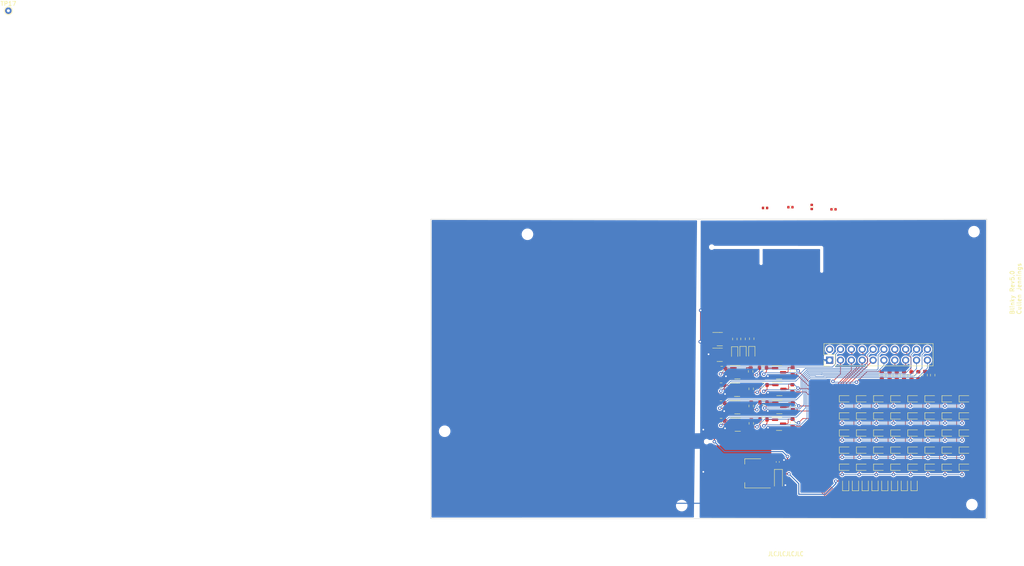
<source format=kicad_pcb>
(kicad_pcb (version 20221018) (generator pcbnew)
  (title_block (title "Blinky V4") (date "2023-07-04") (company "Cullen Jennings"))
  (layers (0 "F.Cu" signal) (31 "B.Cu" power) (34 "B.Paste" user) (35 "F.Paste" user) (36 "B.SilkS" user "B.Silkscreen") (37 "F.SilkS" user "F.Silkscreen") (38 "B.Mask" user) (39 "F.Mask" user) (44 "Edge.Cuts" user))
  (net 0 "")
  (net 1 "+3.3V")
  (net 2 "/LEDM3")
  (net 3 "/LEDM1")
  (net 4 "/LEDM2")
  (net 5 "/COL5")
  (net 6 "/COL4")
  (net 7 "/COL3")
  (net 8 "/COL2")
  (net 9 "/COL1")
  (net 10 "GND")
  (net 11 "/LEDH")
  (net 12 "/ROW4")
  (net 13 "/ROW3")
  (net 14 "/ROW2")
  (net 15 "/ROW1")
  (net 16 "/LEDG")
  (net 17 "/LEDE")
  (net 18 "/LEDD")
  (net 19 "/LEDC")
  (net 20 "/LEDB")
  (net 21 "/LEDA")
  (net 22 "/LEDF")
  (net 23 "Net-(D1-K)")
  (net 24 "Net-(Q1-D)")
  (net 25 "Net-(D2-K)")
  (net 26 "Net-(D3-K)")
  (net 27 "+6V")
  (net 28 "/R8")
  (net 29 "/R7")
  (net 30 "/R6")
  (net 31 "Net-(Q2-D)")
  (net 32 "Net-(Q3-D)")
  (net 33 "Net-(Q4-D)")
  (net 34 "Net-(Q5-D)")
  (net 35 "Net-(Q6-D)")
  (net 36 "Net-(Q7-D)")
  (net 37 "Net-(Q8-D)")
  (net 38 "/LA")
  (net 39 "/LG")
  (net 40 "/LH")
  (net 41 "/LF")
  (net 42 "/LD")
  (net 43 "/LE")
  (net 44 "/LC")
  (net 45 "/LB")
  (net 46 "/R1")
  (net 47 "/R2")
  (net 48 "/R3")
  (net 49 "/R5")
  (net 50 "/R4")
  (net 51 "/ROW5")
  (net 52 "/ROW8")
  (net 53 "/ROW7")
  (net 54 "/ROW6")
  (net 55 "Net-(Q9-D)")
  (net 56 "Net-(Q10-D)")
  (footprint "LED_SMD:LED_0603_1608Metric" (layer "F.Cu") (at 201 92)
    (fp_text reference "D20" hide)
    (fp_text value "LED-G")
  )
  (footprint "LED_SMD:LED_0603_1608Metric" (layer "F.Cu") (at 205 96)
    (fp_text reference "D15" hide)
    (fp_text value "LED-G")
  )
  (footprint "Resistor_SMD:R_0603_1608Metric" (layer "F.Cu") (at 174.942757 97.740538 90)
    (fp_text reference "R46" hide)
    (fp_text value "100R")
  )
  (footprint "LED_SMD:LED_0603_1608Metric" (layer "F.Cu") (at 173.009902 81.242812 -90)
    (fp_text reference "D2" hide)
    (fp_text value "LED-G")
  )
  (footprint "LED_SMD:LED_0603_1608Metric" (layer "F.Cu") (at 197 100)
    (fp_text reference "D29" hide)
    (fp_text value "LED-G")
  )
  (footprint "Package_TO_SOT_SMD:SOT-23" (layer "F.Cu") (at 171.693134 93.957375)
    (fp_text reference "Q5" hide)
    (fp_text value "2N7002")
  )
  (footprint "Package_TO_SOT_SMD:SOT-23" (layer "F.Cu") (at 181.438657 85.813811)
    (fp_text reference "Q2" hide)
    (fp_text value "2N7002")
  )
  (footprint "LED_SMD:LED_0603_1608Metric" (layer "F.Cu") (at 209 108)
    (fp_text reference "D25" hide)
    (fp_text value "LED-G")
  )
  (footprint "LED_SMD:LED_0603_1608Metric" (layer "F.Cu") (at 199.285714 112 90)
    (fp_text reference "D5" hide)
    (fp_text value "LED-RED")
  )
  (footprint "Resistor_SMD:R_0603_1608Metric" (layer "F.Cu") (at 215.571609 86.446716 90)
    (fp_text reference "R56" hide)
    (fp_text value "82R")
  )
  (footprint "LED_SMD:LED_0603_1608Metric" (layer "F.Cu") (at 201 100)
    (fp_text reference "D35" hide)
    (fp_text value "LED-G")
  )
  (footprint "LED_SMD:LED_0603_1608Metric" (layer "F.Cu") (at 205 100)
    (fp_text reference "D32" hide)
    (fp_text value "LED-G")
  )
  (footprint "Resistor_SMD:R_0603_1608Metric" (layer "F.Cu") (at 177.669257 84.764976)
    (fp_text reference "R35" hide)
    (fp_text value "4K7")
  )
  (footprint "Package_TO_SOT_SMD:SOT-23" (layer "F.Cu") (at 181.431924 97.833589)
    (fp_text reference "Q8" hide)
    (fp_text value "2N7002")
  )
  (footprint "Resistor_SMD:R_0603_1608Metric" (layer "F.Cu") (at 208.940061 86.588161 90)
    (fp_text reference "R51" hide)
    (fp_text value "82R")
  )
  (footprint "Resistor_SMD:R_0603_1608Metric" (layer "F.Cu") (at 173.007717 78.000892 90)
    (fp_text reference "R29" hide)
    (fp_text value "100R" hide)
  )
  (footprint "MountingHole:MountingHole_2.2mm_M2" (layer "F.Cu") (at 236.223327 128.561751 90)
    (fp_text reference "H4" hide)
    (fp_text value "M2" hide)
  )
  (footprint "Connector_PinHeader_2.54mm:PinHeader_2x10_P2.54mm_Vertical" (layer "F.Cu") (at 193.24887 82.970222 90)
    (fp_text reference "J9" hide)
    (fp_text value "Conn_02x10_Odd_Even" hide)
  )
  (footprint "LED_SMD:LED_0603_1608Metric" (layer "F.Cu") (at 205 108)
    (fp_text reference "D31" hide)
    (fp_text value "LED-G")
  )
  (footprint "LED_SMD:LED_0603_1608Metric" (layer "F.Cu") (at 209 100)
    (fp_text reference "D26" hide)
    (fp_text value "LED-G")
  )
  (footprint "Resistor_SMD:R_0603_1608Metric" (layer "F.Cu") (at 167.852273 92.98587)
    (fp_text reference "R41" hide)
    (fp_text value "4K7")
  )
  (footprint "Package_TO_SOT_SMD:SOT-23" (layer "F.Cu") (at 181.495201 93.918935)
    (fp_text reference "Q6" hide)
    (fp_text value "2N7002")
  )
  (footprint "Resistor_SMD:R_0603_1608Metric" (layer "F.Cu") (at 213.982703 86.501505 90)
    (fp_text reference "R57" hide)
    (fp_text value "82R")
  )
  (footprint "LED_SMD:LED_0603_1608Metric" (layer "F.Cu") (at 225 96)
    (fp_text reference "D40" hide)
    (fp_text value "LED-G")
  )
  (footprint "LED_SMD:LED_0603_1608Metric" (layer "F.Cu") (at 221 108)
    (fp_text reference "D38" hide)
    (fp_text value "LED-G")
  )
  (footprint "LED_SMD:LED_0603_1608Metric" (layer "F.Cu") (at 225 108)
    (fp_text reference "D37" hide)
    (fp_text value "LED-G")
  )
  (footprint "LED_SMD:LED_0603_1608Metric" (layer "F.Cu") (at 217 92)
    (fp_text reference "D45" hide)
    (fp_text value "LED-G")
  )
  (footprint "Resistor_SMD:R_0603_1608Metric" (layer "F.Cu") (at 212.386567 86.546067 90)
    (fp_text reference "R49" hide)
    (fp_text value "82R")
  )
  (footprint "LED_SMD:LED_0603_1608Metric" (layer "F.Cu") (at 225 92)
    (fp_text reference "D43" hide)
    (fp_text value "LED-G")
  )
  (footprint "Capacitor_Tantalum_SMD:CP_EIA-3216-18_Kemet-A" (layer "F.Cu") (at 181.283843 110.822275 -90)
    (fp_text reference "C41" hide)
    (fp_text value "10uF")
  )
  (footprint "LED_SMD:LED_0603_1608Metric" (layer "F.Cu") (at 225 104)
    (fp_text reference "D49" hide)
    (fp_text value "LED-G")
  )
  (footprint "LED_SMD:LED_0603_1608Metric" (layer "F.Cu") (at 206.142856 112 90)
    (fp_text reference "D8" hide)
    (fp_text value "LED-RED")
  )
  (footprint "Capacitor_SMD:C_0402_1005Metric" (layer "F.Cu") (at 194.156603 47.706932 180)
    (fp_text reference "C32" hide)
    (fp_text value "100nF")
  )
  (footprint "Package_TO_SOT_SMD:SOT-23" (layer "F.Cu") (at 171.623123 89.894357)
    (fp_text reference "Q3" hide)
    (fp_text value "2N7002")
  )
  (footprint "LED_SMD:LED_0603_1608Metric" (layer "F.Cu") (at 201.571428 112 90)
    (fp_text reference "D6" hide)
    (fp_text value "LED-RED")
  )
  (footprint "LED_SMD:LED_0603_1608Metric" (layer "F.Cu") (at 213 104)
    (fp_text reference "D24" hide)
    (fp_text value "LED-G")
  )
  (footprint "LED_SMD:LED_0603_1608Metric" (layer "F.Cu") (at 175.057206 81.249232 -90)
    (fp_text reference "D1" hide)
    (fp_text value "LED-RED")
  )
  (footprint "Package_TO_SOT_SMD:SOT-23" (layer "F.Cu") (at 171.775416 98.025525)
    (fp_text reference "Q7" hide)
    (fp_text value "2N7002")
  )
  (footprint "Resistor_SMD:R_0603_1608Metric" (layer "F.Cu") (at 184.58565 97.598654 90)
    (fp_text reference "R48" hide)
    (fp_text value "100R")
  )
  (footprint "LED_SMD:LED_0603_1608Metric" (layer "F.Cu") (at 217 104)
    (fp_text reference "D51" hide)
    (fp_text value "LED-G")
  )
  (footprint "Resistor_SMD:R_0603_1608Metric" (layer "F.Cu") (at 174.788758 85.583101 90)
    (fp_text reference "R34" hide)
    (fp_text value "100R" hide)
  )
  (footprint "Resistor_SMD:R_0603_1608Metric" (layer "F.Cu") (at 184.602815 85.49663 90)
    (fp_text reference "R36" hide)
    (fp_text value "100R")
  )
  (footprint "LED_SMD:LED_0603_1608Metric" (layer "F.Cu") (at 213 108)
    (fp_text reference "D14" hide)
    (fp_text value "LED-G")
  )
  (footprint "Resistor_SMD:R_0603_1608Metric" (layer "F.Cu") (at 184.657918 93.720259 90)
    (fp_text reference "R44" hide)
    (fp_text value "100R")
  )
  (footprint "Package_TO_SOT_SMD:SOT-223-3_TabPin2" (layer "F.Cu") (at 175.32153 109.427085 180)
    (fp_text reference "U11" hide)
    (fp_text value "AMS1117-3.3" hide)
  )
  (footprint "LED_SMD:LED_0603_1608Metric" (layer "F.Cu") (at 217 108)
    (fp_text reference "D39" hide)
    (fp_text value "LED-G")
  )
  (footprint "Capacitor_SMD:C_0402_1005Metric" (layer "F.Cu") (at 181.123859 106.761028 -90)
    (fp_text reference "C39" hide)
    (fp_text value "100nF")
  )
  (footprint "LED_SMD:LED_0603_1608Metric" (layer "F.Cu") (at 197 92)
    (fp_text reference "D19" hide)
    (fp_text value "LED-G")
  )
  (footprint "Resistor_SMD:R_0603_1608Metric" (layer "F.Cu") (at 177.801015 88.758266)
    (fp_text reference "R39" hide)
    (fp_text value "4K7")
  )
  (footprint "Resistor_SMD:R_0603_1608Metric" (layer "F.Cu") (at 207.263189 86.588161 90)
    (fp_text reference "R53" hide)
    (fp_text value "82R")
  )
  (footprint "LED_SMD:LED_0603_1608Metric" (layer "F.Cu") (at 217 100)
    (fp_text reference "D48" hide)
    (fp_text value "LED-G")
  )
  (footprint "LED_SMD:LED_0603_1608Metric" (layer "F.Cu") (at 197 96)
    (fp_text reference "D17" hide)
    (fp_text value "LED-G")
  )
  (footprint "LED_SMD:LED_0603_1608Metric" (layer "F.Cu") (at 221 92)
    (fp_text reference "D44" hide)
    (fp_text value "LED-G")
  )
  (footprint "LED_SMD:LED_0603_1608Metric" (layer "F.Cu") (at 203.857142 112 90)
    (fp_text reference "D7" hide)
    (fp_text value "LED-RED")
  )
  (footprint "LED_SMD:LED_0603_1608Metric" (layer "F.Cu") (at 213 112 90)
    (fp_text reference "D11" hide)
    (fp_text value "LED-RED")
  )
  (footprint "LED_SMD:LED_0603_1608Metric" (layer "F.Cu") (at 208.42857 112 90)
    (fp_text reference "D9" hide)
    (fp_text value "LED-RED")
  )
  (footprint "LED_SMD:LED_0603_1608Metric" (layer "F.Cu") (at 197 104)
    (fp_text reference "D30" hide)
    (fp_text value "LED-G")
  )
  (footprint "LED_SMD:LED_0603_1608Metric" (layer "F.Cu") (at 213 100)
    (fp_text reference "D23" hide)
    (fp_text value "LED-G")
  )
  (footprint "LED_SMD:LED_0603_1608Metric" (layer "F.Cu") (at 217 96)
    (fp_text reference "D42" hide)
    (fp_text value "LED-G")
  )
  (footprint "Resistor_SMD:R_0603_1608Metric" (layer "F.Cu") (at 217.343147 86.464979 90)
    (fp_text reference "R55" hide)
    (fp_text value "82R")
  )
  (footprint "Capacitor_SMD:C_0402_1005Metric" (layer "F.Cu") (at 178.156187 47.392592)
    (fp_text reference "C31" hide)
    (fp_text value "100nF")
  )
  (footprint "Resistor_SMD:R_0603_1608Metric" (layer "F.Cu") (at 184.537471 89.528701 90)
    (fp_text reference "R40" hide)
    (fp_text value "100R")
  )
  (footprint "LED_SMD:LED_0603_1608Metric" (layer "F.Cu") (at 221 96)
    (fp_text reference "D41" hide)
    (fp_text value "LED-G")
  )
  (footprint "LED_SMD:LED_0603_1608Metric" (layer "F.Cu") (at 209 96)
    (fp_text reference "D16" hide)
    (fp_text value "LED-G")
  )
  (footprint "LED_SMD:LED_0603_1608Metric" (layer "F.Cu") (at 205 104)
    (fp_text reference "D33" hide)
    (fp_text value "LED-G")
  )
  (footprint "LED_SMD:LED_0603_1608Metric" (layer "F.Cu") (at 213 92)
    (fp_text reference "D13" hide)
    (fp_text value "LED-G")
  )
  (footprint "LED_SMD:LED_0603_1608Metric" (layer "F.Cu") (at 201 108)
    (fp_text reference "D34" hide)
    (fp_text value "LED-G")
  )
  (footprint "LED_SMD:LED_0603_1608Metric" (layer "F.Cu") (at 209 92)
    (fp_text reference "D22" hide)
    (fp_text value "LED-G")
  )
  (footprint "LED_SMD:LED_0603_1608Metric" (layer "F.Cu") (at 171.054724 81.309655 -90)
    (fp_text reference "D3" hide)
    (fp_text value "LED-Y")
  )
  (footprint "Package_TO_SOT_SMD:SOT-23" (layer "F.Cu") (at 167.563857 81.713095)
    (fp_text reference "Q10" hide)
    (fp_text value "2N7002")
  )
  (footprint "MountingHole:MountingHole_2.2mm_M2" (layer "F.Cu") (at 92.957515 45.473089 90)
    (fp_text reference "H1" hide)
    (fp_text value "M2" hide)
  )
  (footprint "LED_SMD:LED_0603_1608Metric" (layer "F.Cu") (at 210.714284 112 90)
    (fp_text reference "D10" hide)
    (fp_text value "LED-RED")
  )
  (footprint "Resistor_SMD:R_0603_1608Metric" (layer "F.Cu") (at 174.915276 89.661361 90)
    (fp_text reference "R38" hide)
    (fp_text value "100R")
  )
  (footprint "Resistor_SMD:R_0603_1608Metric" (layer "F.Cu") (at 210.64398 86.561114 90)
    (fp_text reference "R50" hide)
    (fp_text value "82R")
  )
  (footprint "LED_SMD:LED_0603_1608Metric" (layer "F.Cu") (at 201 96)
    (fp_text reference "D18" hide)
    (fp_text value "LED-G")
  )
  (footprint "Package_TO_SOT_SMD:SOT-23" (layer "F.Cu") (at 171.692256 85.786118)
    (fp_text reference "Q1" hide)
    (fp_text value "2N7002" hide)
  )
  (footprint "LED_SMD:LED_0603_1608Metric" (layer "F.Cu") (at 221 100)
    (fp_text reference "D47" hide)
    (fp_text value "LED-G")
  )
  (footprint "Resistor_SMD:R_0603_1608Metric" (layer "F.Cu") (at 174.915276 93.673469 90)
    (fp_text reference "R42" hide)
    (fp_text value "100R")
  )
  (footprint "TestPoint:TestPoint_THTPad_D1.5mm_Drill0.7mm" (layer "F.Cu") (at 1.275 1.275)
    (fp_text reference "TP17")
    (fp_text value "~")
  )
  (footprint "LED_SMD:LED_0603_1608Metric" (layer "F.Cu") (at 225 100)
    (fp_text reference "D46" hide)
    (fp_text value "LED-G")
  )
  (footprint "Resistor_SMD:R_0603_1608Metric" (layer "F.Cu") (at 175.040062 77.95718 90)
    (fp_text reference "R30" hide)
    (fp_text value "100R" hide)
  )
  (footprint "Package_TO_SOT_SMD:SOT-23" (layer "F.Cu") (at 181.512294 89.705959)
    (fp_text reference "Q4" hide)
    (fp_text value "2N7002")
  )
  (footprint "LED_SMD:LED_0603_1608Metric" (layer "F.Cu") (at 197 112 90)
    (fp_text reference "D4" hide)
    (fp_text value "LED-RED")
  )
  (footprint "LED_SMD:LED_0603_1608Metric" (layer "F.Cu") (at 221 104)
    (fp_text reference "D50" hide)
    (fp_text value "LED-G")
  )
  (footprint "Resistor_SMD:R_0603_1608Metric" (layer "F.Cu") (at 167.880941 97.080419)
    (fp_text reference "R45" hide)
    (fp_text value "4K7")
  )
  (footprint "LED_SMD:LED_0603_1608Metric" (layer "F.Cu") (at 205 92)
    (fp_text reference "D21" hide)
    (fp_text value "LED-G")
  )
  (footprint "LED_SMD:LED_0603_1608Metric" (layer "F.Cu") (at 201 104)
    (fp_text reference "D36" hide)
    (fp_text value "LED-G")
  )
  (footprint "LED_SMD:LED_0603_1608Metric" (layer "F.Cu") (at 213 96)
    (fp_text reference "D12" hide)
    (fp_text value "LED-G")
  )
  (footprint "Resistor_SMD:R_0603_1608Metric" (layer "F.Cu") (at 177.783557 96.867994)
    (fp_text reference "R47" hide)
    (fp_text value "4K7")
  )
  (footprint "LED_SMD:LED_0603_1608Metric" (layer "F.Cu") (at 197 108)
    (fp_text reference "D28" hide)
    (fp_text value "LED-G")
  )
  (footprint "Capacitor_SMD:C_0402_1005Metric" (layer "F.Cu") (at 189.068288 47.1541 -90)
    (fp_text reference "C36" hide)
    (fp_text value "100nF")
  )
  (footprint "MountingHole:MountingHole_2.2mm_M2" (layer "F.Cu") (at 91.309911 123.914671)
    (fp_text reference "H5" hide)
    (fp_text value "M2")
  )
  (footprint "Resistor_SMD:R_0603_1608Metric" (layer "F.Cu") (at 167.879753 88.808881)
    (fp_text reference "R37" hide)
    (fp_text value "4K7")
  )
  (footprint "LED_SMD:LED_0603_1608Metric" (layer "F.Cu") (at 209 104)
    (fp_text reference "D27" hide)
    (fp_text value "LED-G")
  )
  (footprint "Resistor_SMD:R_0603_1608Metric" (layer "F.Cu") (at 171.088146 78.017603 90)
    (fp_text reference "R31" hide)
    (fp_text value "100R" hide)
  )
  (footprint "Capacitor_SMD:C_0402_1005Metric" (layer "F.Cu") (at 184.083748 47.212969)
    (fp_text reference "C38" hide)
    (fp_text value "100nF")
  )
  (footprint "Resistor_SMD:R_0603_1608Metric" (layer "F.Cu") (at 168.039217 84.919202)
    (fp_text reference "R33" hide)
    (fp_text value "4K7")
  )
  (footprint "Package_TO_SOT_SMD:SOT-23" (layer "F.Cu") (at 167.578346 78.04956)
    (fp_text reference "Q9" hide)
    (fp_text value "2N7002")
  )
  (footprint "MountingHole:MountingHole_2.2mm_M2" (layer "F.Cu") (at 233.555404 46.41933 90)
    (fp_text reference "H2" hide)
    (fp_text value "M2" hide)
  )
  (footprint "Resistor_SMD:R_0603_1608Metric" (layer "F.Cu") (at 205.445306 86.465366 90)
    (fp_text reference "R52" hide)
    (fp_text value "82R")
  )
  (footprint "Resistor_SMD:R_0603_1608Metric" (layer "F.Cu") (at 177.784563 92.87117)
    (fp_text reference "R43" hide)
    (fp_text value "4K7")
  )
  (gr_line (start 230 120) (end 100 120) (stroke (width 0.1)) (layer "Edge.Cuts"))
  (gr_line (start 100 50) (end 230 50) (stroke (width 0.1)) (layer "Edge.Cuts"))
  (gr_line (start 230 50) (end 230 120) (stroke (width 0.1)) (layer "Edge.Cuts"))
  (gr_line (start 100 50) (end 100 120) (stroke (width 0.1)) (layer "Edge.Cuts"))
  (gr_text "Blinky Rev5.0	\nCullen Jennings" (at 238.135572 72.360318 90) (layer "F.SilkS") (effects (font (size 1 1)) (justify left bottom)))
  (gr_text "JLCJLCJLCJLC" (at 178.777931 128.848252) (layer "F.SilkS") (effects (font (size 1 0.8)) (justify left bottom)))
  (segment (start 173.026974 83.214572) (end 175.046562 83.214572) (width 0.25) (layer "F.Cu") (net 1))
  (segment (start 166.316138 102.009896) (end 166.316138 101.146936) (width 0.25) (layer "F.Cu") (net 1))
  (segment (start 171.054724 82.097155) (end 171.054724 83.694731) (width 0.15) (layer "F.Cu") (net 1))
  (segment (start 178.47153 109.427085) (end 181.238653 109.427085) (width 0.25) (layer "F.Cu") (net 1))
  (segment (start 182.720196 109.478893) (end 183.395576 108.803513) (width 0.25) (layer "F.Cu") (net 1))
  (segment (start 166.162648 83.720798) (end 171.080791 83.720798) (width 0.25) (layer "F.Cu") (net 1))
  (segment (start 182.779678 109.538375) (end 182.720196 109.478893) (width 0.25) (layer "F.Cu") (net 1))
  (segment (start 206.142856 111.2125) (end 208.42857 111.2125) (width 0.25) (layer "F.Cu") (net 1))
  (segment (start 172.63213 83.214572) (end 173.026974 83.214572) (width 0.25) (layer "F.Cu") (net 1))
  (segment (start 181.283843 109.472275) (end 181.290461 109.478893) (width 0.25) (layer "F.Cu") (net 1))
  (segment (start 208.42857 111.2125) (end 210.714284 111.2125) (width 0.25) (layer "F.Cu") (net 1))
  (segment (start 175.057206 83.203928) (end 175.046562 83.214572) (width 0.15) (layer "F.Cu") (net 1))
  (segment (start 165.900225 83.983221) (end 166.162648 83.720798) (width 0.25) (layer "F.Cu") (net 1))
  (segment (start 181.238653 109.427085) (end 181.283843 109.472275) (width 0.25) (layer "F.Cu") (net 1))
  (segment (start 172.125904 83.720798) (end 172.63213 83.214572) (width 0.25) (layer "F.Cu") (net 1))
  (segment (start 183.729342 109.538375) (end 182.779678 109.538375) (width 0.25) (layer "F.Cu") (net 1))
  (segment (start 183.395576 105.481732) (end 183.395576 108.803513) (width 0.25) (layer "F.Cu") (net 1))
  (segment (start 172.17153 109.427085) (end 178.47153 109.427085) (width 0.25) (layer "F.Cu") (net 1))
  (segment (start 166.316138 101.146936) (end 165.900225 100.731023) (width 0.25) (layer "F.Cu") (net 1))
  (segment (start 165.900225 100.731023) (end 165.900225 83.983221) (width 0.25) (layer "F.Cu") (net 1))
  (segment (start 210.714284 111.2125) (end 213 111.2125) (width 0.25) (layer "F.Cu") (net 1))
  (segment (start 197 111.2125) (end 194.720399 111.2125) (width 0.25) (layer "F.Cu") (net 1))
  (segment (start 173.009902 83.1975) (end 173.026974 83.214572) (width 0.15) (layer "F.Cu") (net 1))
  (segment (start 175.057206 82.036732) (end 175.057206 83.203928) (width 0.15) (layer "F.Cu") (net 1))
  (segment (start 181.290461 109.478893) (end 182.720196 109.478893) (width 0.25) (layer "F.Cu") (net 1))
  (segment (start 197 111.2125) (end 199.285714 111.2125) (width 0.25) (layer "F.Cu") (net 1))
  (segment (start 203.857142 111.2125) (end 206.142856 111.2125) (width 0.25) (layer "F.Cu") (net 1))
  (segment (start 171.054724 83.694731) (end 171.080791 83.720798) (width 0.15) (layer "F.Cu") (net 1))
  (segment (start 199.285714 111.2125) (end 201.571428 111.2125) (width 0.25) (layer "F.Cu") (net 1))
  (segment (start 171.080791 83.720798) (end 172.125904 83.720798) (width 0.25) (layer "F.Cu") (net 1))
  (segment (start 194.720399 111.2125) (end 194.689823 111.243076) (width 0.25) (layer "F.Cu") (net 1))
  (segment (start 201.571428 111.2125) (end 203.857142 111.2125) (width 0.25) (layer "F.Cu") (net 1))
  (segment (start 173.009902 82.030312) (end 173.009902 83.1975) (width 0.15) (layer "F.Cu") (net 1))
  (via (at 166.316138 102.009896) (size 0.8) (drill 0.4) (layers "F.Cu" "B.Cu") (net 1))
  (via (at 183.729342 109.538375) (size 0.8) (drill 0.4) (layers "F.Cu" "B.Cu") (net 1))
  (via (at 194.689823 111.243076) (size 0.8) (drill 0.4) (layers "F.Cu" "B.Cu") (net 1))
  (via (at 183.395576 105.481732) (size 0.8) (drill 0.4) (layers "F.Cu" "B.Cu") (net 1))
  (segment (start 168.648066 104.341824) (end 182.255668 104.341824) (width 0.25) (layer "B.Cu") (net 1))
  (segment (start 186.088939 114.326272) (end 186.034085 114.271418) (width 0.25) (layer "B.Cu") (net 1))
  (segment (start 194.689823 111.243076) (end 194.689823 111.856992) (width 0.25) (layer "B.Cu") (net 1))
  (segment (start 186.034085 111.843118) (end 183.729342 109.538375) (width 0.25) (layer "B.Cu") (net 1))
  (segment (start 168.648066 104.341824) (end 166.316138 102.009896) (width 0.25) (layer "B.Cu") (net 1))
  (segment (start 183.395576 105.481732) (end 182.255668 104.341824) (width 0.25) (layer "B.Cu") (net 1))
  (segment (start 192.220543 114.326272) (end 186.088939 114.326272) (width 0.25) (layer "B.Cu") (net 1))
  (segment (start 186.034085 114.271418) (end 186.034085 111.843118) (width 0.25) (layer "B.Cu") (net 1))
  (segment (start 194.689823 111.856992) (end 192.220543 114.326272) (width 0.25) (layer "B.Cu") (net 1))
  (segment (start 193.200109 103.704765) (end 193.200109 91.095278) (width 0.15) (layer "F.Cu") (net 5))
  (segment (start 200.175 105.654155) (end 200.183312 105.662467) (width 0.15) (layer "F.Cu") (net 5))
  (segment (start 196.188591 105.664827) (end 195.160171 105.664827) (width 0.15) (layer "F.Cu") (net 5))
  (segment (start 212.175 104) (end 212.175 105.647215) (width 0.15) (layer "F.Cu") (net 5))
  (segment (start 224.216408 104.003908) (end 224.2125 104) (width 0.15) (layer "F.Cu") (net 5))
  (segment (start 204.175 104) (end 204.175 105.660553) (width 0.15) (layer "F.Cu") (net 5))
  (segment (start 199.552229 84.765807) (end 199.552229 82.507425) (width 0.15) (layer "F.Cu") (net 5))
  (segment (start 196.188591 105.664827) (end 196.188591 104.013591) (width 0.15) (layer "F.Cu") (net 5))
  (segment (start 193.200109 91.095278) (end 199.256907 85.03848) (width 0.15) (layer "F.Cu") (net 5))
  (segment (start 198.32887 81.284066) (end 198.32887 80.430222) (width 0.15) (layer "F.Cu") (net 5))
  (segment (start 220.2125 104) (end 220.2125 105.690122) (width 0.15) (layer "F.Cu") (net 5))
  (segment (start 199.256907 85.03848) (end 199.279556 85.03848) (width 0.15) (layer "F.Cu") (net 5))
  (segment (start 220.2125 105.690122) (end 220.216824 105.694446) (width 0.15) (layer "F.Cu") (net 5))
  (segment (start 204.175 105.660553) (end 204.173086 105.662467) (width 0.15) (layer "F.Cu") (net 5))
  (segment (start 199.552229 82.507425) (end 198.32887 81.284066) (width 0.15) (layer "F.Cu") (net 5))
  (segment (start 195.160171 105.664827) (end 193.200109 103.704765) (width 0.15) (layer "F.Cu") (net 5))
  (segment (start 199.279556 85.03848) (end 199.552229 84.765807) (width 0.15) (layer "F.Cu") (net 5))
  (segment (start 200.175 104) (end 200.175 105.654155) (width 0.15) (layer "F.Cu") (net 5))
  (segment (start 208.175 105.649024) (end 208.161557 105.662467) (width 0.15) (layer "F.Cu") (net 5))
  (segment (start 208.175 104) (end 208.175 105.649024) (width 0.15) (layer "F.Cu") (net 5))
  (segment (start 216.2125 104) (end 216.2125 105.692967) (width 0.15) (layer "F.Cu") (net 5))
  (segment (start 212.175 105.647215) (end 212.159748 105.662467) (width 0.15) (layer "F.Cu") (net 5))
  (segment (start 224.216408 105.694446) (end 224.216408 104.003908) (width 0.15) (layer "F.Cu") (net 5))
  (segment (start 216.2125 105.692967) (end 216.213979 105.694446) (width 0.15) (layer "F.Cu") (net 5))
  (via (at 204.173086 105.662467) (size 0.8) (drill 0.4) (layers "F.Cu" "B.Cu") (net 5))
  (via (at 224.216408 105.694446) (size 0.8) (drill 0.4) (layers "F.Cu" "B.Cu") (net 5))
  (via (at 220.216824 105.694446) (size 0.8) (drill 0.4) (layers "F.Cu" "B.Cu") (net 5))
  (via (at 208.161557 105.662467) (size 0.8) (drill 0.4) (layers "F.Cu" "B.Cu") (net 5))
  (via (at 212.159748 105.662467) (size 0.8) (drill 0.4) (layers "F.Cu" "B.Cu") (net 5))
  (via (at 196.188591 105.664827) (size 0.8) (drill 0.4) (layers "F.Cu" "B.Cu") (net 5))
  (via (at 200.183312 105.662467) (size 0.8) (drill 0.4) (layers "F.Cu" "B.Cu") (net 5))
  (via (at 216.213979 105.694446) (size 0.8) (drill 0.4) (layers "F.Cu" "B.Cu") (net 5))
  (segment (start 220.216824 105.694446) (end 224.216408 105.694446) (width 0.15) (layer "B.Cu") (net 5))
  (segment (start 212.159748 105.662467) (end 212.191727 105.694446) (width 0.15) (layer "B.Cu") (net 5))
  (segment (start 212.191727 105.694446) (end 216.213979 105.694446) (width 0.15) (layer "B.Cu") (net 5))
  (segment (start 200.183312 105.662467) (end 196.190951 105.662467) (width 0.15) (layer "B.Cu") (net 5))
  (segment (start 208.161557 105.662467) (end 204.173086 105.662467) (width 0.15) (layer "B.Cu") (net 5))
  (segment (start 212.159748 105.662467) (end 208.161557 105.662467) (width 0.15) (layer "B.Cu") (net 5))
  (segment (start 204.173086 105.662467) (end 200.183312 105.662467) (width 0.15) (layer "B.Cu") (net 5))
  (segment (start 216.213979 105.694446) (end 220.216824 105.694446) (width 0.15) (layer "B.Cu") (net 5))
  (segment (start 196.190951 105.662467) (end 196.188591 105.664827) (width 0.15) (layer "B.Cu") (net 5))
  (segment (start 212.175 100) (end 212.175 101.630591) (width 0.15) (layer "F.Cu") (net 6))
  (segment (start 199.42453 85.38848) (end 199.902229 84.910781) (width 0.15) (layer "F.Cu") (net 6))
  (segment (start 204.175 100) (end 204.175 101.647845) (width 0.15) (layer "F.Cu") (net 6))
  (segment (start 199.902229 84.910781) (end 199.902229 84.888132) (width 0.15) (layer "F.Cu") (net 6))
  (segment (start 199.401881 85.38848) (end 199.42453 85.38848) (width 0.15) (layer "F.Cu") (net 6))
  (segment (start 212.175 101.630591) (end 212.155235 101.650356) (width 0.15) (layer "F.Cu") (net 6))
  (segment (start 193.708168 91.082193) (end 199.401881 85.38848) (width 0.15) (layer "F.Cu") (net 6))
  (segment (start 193.708168 100.041928) (end 193.708168 91.082193) (width 0.15) (layer "F.Cu") (net 6))
  (segment (start 204.175 101.647845) (end 204.172489 101.650356) (width 0.15) (layer "F.Cu") (net 6))
  (segment (start 224.208772 100.003728) (end 224.2125 100) (width 0.15) (layer "F.Cu") (net 6))
  (segment (start 216.2125 101.641777) (end 216.203921 101.650356) (width 0.15) (layer "F.Cu") (net 6))
  (segment (start 220.2125 100) (end 220.2125 101.634356) (width 0.15) (layer "F.Cu") (net 6))
  (segment (start 200.175 101.637698) (end 200.162342 101.650356) (width 0.15) (layer "F.Cu") (net 6))
  (segment (start 224.208772 101.636354) (end 224.208772 100.003728) (width 0.15) (layer "F.Cu") (net 6))
  (segment (start 196.188944 101.642347) (end 195.308587 101.642347) (width 0.15) (layer "F.Cu") (net 6))
  (segment (start 196.188944 101.642347) (end 196.188944 100.013944) (width 0.15) (layer "F.Cu") (net 6))
  (segment (start 199.902229 84.888132) (end 200.86887 83.921491) (width 0.15) (layer "F.Cu") (net 6))
  (segment (start 200.86887 83.921491) (end 200.86887 82.970222) (width 0.15) (layer "F.Cu") (net 6))
  (segment (start 195.308587 101.642347) (end 193.708168 100.041928) (width 0.15) (layer "F.Cu") (net 6))
  (segment (start 200.175 100) (end 200.175 101.637698) (width 0.15) (layer "F.Cu") (net 6))
  (segment (start 208.175 100) (end 208.175 101.591098) (width 0.15) (layer "F.Cu") (net 6))
  (segment (start 208.175 101.591098) (end 208.115742 101.650356) (width 0.15) (layer "F.Cu") (net 6))
  (segment (start 220.2125 101.634356) (end 220.1965 101.650356) (width 0.15) (layer "F.Cu") (net 6))
  (segment (start 216.2125 100) (end 216.2125 101.641777) (width 0.15) (layer "F.Cu") (net 6))
  (via (at 224.208772 101.636354) (size 0.8) (drill 0.4) (layers "F.Cu" "B.Cu") (net 6))
  (via (at 216.203921 101.650356) (size 0.8) (drill 0.4) (layers "F.Cu" "B.Cu") (net 6))
  (via (at 200.162342 101.650356) (size 0.8) (drill 0.4) (layers "F.Cu" "B.Cu") (net 6))
  (via (at 196.188944 101.642347) (size 0.8) (drill 0.4) (layers "F.Cu" "B.Cu") (net 6))
  (via (at 204.172489 101.650356) (size 0.8) (drill 0.4) (layers "F.Cu" "B.Cu") (net 6))
  (via (at 208.115742 101.650356) (size 0.8) (drill 0.4) (layers "F.Cu" "B.Cu") (net 6))
  (via (at 220.1965 101.650356) (size 0.8) (drill 0.4) (layers "F.Cu" "B.Cu") (net 6))
  (via (at 212.155235 101.650356) (size 0.8) (drill 0.4) (layers "F.Cu" "B.Cu") (net 6))
  (segment (start 220.1965 101.650356) (end 224.19477 101.650356) (width 0.15) (layer "B.Cu") (net 6))
  (segment (start 200.162342 101.650356) (end 196.196953 101.650356) (width 0.15) (layer "B.Cu") (net 6))
  (segment (start 212.155235 101.650356) (end 216.203921 101.650356) (width 0.15) (layer "B.Cu") (net 6))
  (segment (start 224.19477 101.650356) (end 224.208772 101.636354) (width 0.15) (layer "B.Cu") (net 6))
  (segment (start 196.196953 101.650356) (end 196.188944 101.642347) (width 0.15) (layer "B.Cu") (net 6))
  (segment (start 212.155235 101.650356) (end 208.115742 101.650356) (width 0.15) (layer "B.Cu") (net 6))
  (segment (start 208.115742 101.650356) (end 204.172489 101.650356) (width 0.15) (layer "B.Cu") (net 6))
  (segment (start 204.172489 101.650356) (end 200.162342 101.650356) (width 0.15) (layer "B.Cu") (net 6))
  (segment (start 216.203921 101.650356) (end 220.1965 101.650356) (width 0.15) (layer "B.Cu") (net 6))
  (segment (start 216.2125 108) (end 216.2125 109.680712) (width 0.15) (layer "F.Cu") (net 7))
  (segment (start 200.175 108) (end 200.175 109.68149) (width 0.15) (layer "F.Cu") (net 7))
  (segment (start 198.32887 85.359399) (end 198.32887 82.970222) (width 0.15) (layer "F.Cu") (net 7))
  (segment (start 212.184275 108.009275) (end 212.184275 109.689803) (width 0.15) (layer "F.Cu") (net 7))
  (segment (start 195.260681 109.690499) (end 192.730566 107.160384) (width 0.15) (layer "F.Cu") (net 7))
  (segment (start 200.175 109.68149) (end 200.166687 109.689803) (width 0.15) (layer "F.Cu") (net 7))
  (segment (start 220.2125 108) (end 220.2125 109.686354) (width 0.15) (layer "F.Cu") (net 7))
  (segment (start 196.180226 109.690499) (end 195.260681 109.690499) (width 0.15) (layer "F.Cu") (net 7))
  (segment (start 192.730566 107.160384) (end 192.730566 90.957703) (width 0.15) (layer "F.Cu") (net 7))
  (segment (start 196.180226 109.690499) (end 196.180226 108.005226) (width 0.15) (layer "F.Cu") (net 7))
  (segment (start 208.175 109.685601) (end 208.170798 109.689803) (width 0.15) (layer "F.Cu") (net 7))
  (segment (start 192.730566 90.957703) (end 198.32887 85.359399) (width 0.15) (layer "F.Cu") (net 7))
  (segment (start 220.2125 109.686354) (end 220.215949 109.689803) (width 0.15) (layer "F.Cu") (net 7))
  (segment (start 224.205965 109.694616) (end 224.205965 108.006535) (width 0.15) (layer "F.Cu") (net 7))
  (segment (start 204.175 108) (end 204.175 109.671419) (width 0.15) (layer "F.Cu") (net 7))
  (segment (start 208.175 108) (end 208.175 109.685601) (width 0.15) (layer "F.Cu") (net 7))
  (segment (start 204.175 109.671419) (end 204.156616 109.689803) (width 0.15) (layer "F.Cu") (net 7))
  (segment (start 224.205965 108.006535) (end 224.2125 108) (width 0.15) (layer "F.Cu") (net 7))
  (segment (start 216.2125 109.680712) (end 216.203409 109.689803) (width 0.15) (layer "F.Cu") (net 7))
  (via (at 208.170798 109.689803) (size 0.8) (drill 0.4) (layers "F.Cu" "B.Cu") (net 7))
  (via (at 200.166687 109.689803) (size 0.8) (drill 0.4) (layers "F.Cu" "B.Cu") (net 7))
  (via (at 196.180226 109.690499) (size 0.8) (drill 0.4) (layers "F.Cu" "B.Cu") (net 7))
  (via (at 204.156616 109.689803) (size 0.8) (drill 0.4) (layers "F.Cu" "B.Cu") (net 7))
  (via (at 220.215949 109.689803) (size 0.8) (drill 0.4) (layers "F.Cu" "B.Cu") (net 7))
  (via (at 216.203409 109.689803) (size 0.8) (drill 0.4) (layers "F.Cu" "B.Cu") (net 7))
  (via (at 224.205965 109.694616) (size 0.8) (drill 0.4) (layers "F.Cu" "B.Cu") (net 7))
  (via (at 212.184275 109.689803) (size 0.8) (drill 0.4) (layers "F.Cu" "B.Cu") (net 7))
  (segment (start 220.215949 109.689803) (end 224.201152 109.689803) (width 0.15) (layer "B.Cu") (net 7))
  (segment (start 204.156616 109.689803) (end 200.166687 109.689803) (width 0.15) (layer "B.Cu") (net 7))
  (segment (start 208.170798 109.689803) (end 204.156616 109.689803) (width 0.15) (layer "B.Cu") (net 7))
  (segment (start 224.201152 109.689803) (end 224.205965 109.694616) (width 0.15) (layer "B.Cu") (net 7))
  (segment (start 200.166687 109.689803) (end 196.180922 109.689803) (width 0.15) (layer "B.Cu") (net 7))
  (segment (start 212.184275 109.689803) (end 216.203409 109.689803) (width 0.15) (layer "B.Cu") (net 7))
  (segment (start 216.203409 109.689803) (end 220.215949 109.689803) (width 0.15) (layer "B.Cu") (net 7))
  (segment (start 212.184275 109.689803) (end 208.170798 109.689803) (width 0.15) (layer "B.Cu") (net 7))
  (segment (start 196.180922 109.689803) (end 196.180226 109.690499) (width 0.15) (layer "B.Cu") (net 7))
  (segment (start 204.175 92) (end 204.175 93.674732) (width 0.15) (layer "F.Cu") (net 8))
  (segment (start 194.963673 93.127341) (end 195.5174 93.681068) (width 0.15) (layer "F.Cu") (net 8))
  (segment (start 224.2125 92) (end 224.2125 93.664221) (width 0.15) (layer "F.Cu") (net 8))
  (segment (start 200.175 93.668452) (end 200.15354 93.689912) (width 0.15) (layer "F.Cu") (net 8))
  (segment (start 208.163249 92.011751) (end 208.163249 93.689912) (width 0.15) (layer "F.Cu") (net 8))
  (segment (start 203.40887 82.970222) (end 194.963673 91.415419) (width 0.15) (layer "F.Cu") (net 8))
  (segment (start 204.175 93.674732) (end 204.15982 93.689912) (width 0.15) (layer "F.Cu") (net 8))
  (segment (start 208.175 92) (end 208.163249 92.011751) (width 0.15) (layer "F.Cu") (net 8))
  (segment (start 216.2125 93.677371) (end 216.199959 93.689912) (width 0.15) (layer "F.Cu") (net 8))
  (segment (start 220.2125 92) (end 220.2125 93.670729) (width 0.15) (layer "F.Cu") (net 8))
  (segment (start 200.175 92) (end 200.175 93.668452) (width 0.15) (layer "F.Cu") (net 8))
  (segment (start 224.2125 93.664221) (end 224.186809 93.689912) (width 0.15) (layer "F.Cu") (net 8))
  (segment (start 194.963673 91.415419) (end 194.963673 93.127341) (width 0.15) (layer "F.Cu") (net 8))
  (segment (start 196.169508 92.005492) (end 196.175 92) (width 0.15) (layer "F.Cu") (net 8))
  (segment (start 196.169508 93.681068) (end 196.169508 92.005492) (width 0.15) (layer "F.Cu") (net 8))
  (segment (start 212.175 92) (end 212.175 93.638874) (width 0.15) (layer "F.Cu") (net 8))
  (segment (start 212.175 93.638874) (end 212.123962 93.689912) (width 0.15) (layer "F.Cu") (net 8))
  (segment (start 195.5174 93.681068) (end 196.169508 93.681068) (width 0.15) (layer "F.Cu") (net 8))
  (segment (start 220.2125 93.670729) (end 220.193317 93.689912) (width 0.15) (layer "F.Cu") (net 8))
  (segment (start 216.2125 92) (end 216.2125 93.677371) (width 0.15) (layer "F.Cu") (net 8))
  (via (at 200.15354 93.689912) (size 0.8) (drill 0.4) (layers "F.Cu" "B.Cu") (net 8))
  (via (at 224.186809 93.689912) (size 0.8) (drill 0.4) (layers "F.Cu" "B.Cu") (net 8))
  (via (at 220.193317 93.689912) (size 0.8) (drill 0.4) (layers "F.Cu" "B.Cu") (net 8))
  (via (at 216.199959 93.689912) (size 0.8) (drill 0.4) (layers "F.Cu" "B.Cu") (net 8))
  (via (at 212.123962 93.689912) (size 0.8) (drill 0.4) (layers "F.Cu" "B.Cu") (net 8))
  (via (at 208.163249 93.689912) (size 0.8) (drill 0.4) (layers "F.Cu" "B.Cu") (net 8))
  (via (at 204.15982 93.689912) (size 0.8) (drill 0.4) (layers "F.Cu" "B.Cu") (net 8))
  (via (at 196.169508 93.681068) (size 0.8) (drill 0.4) (layers "F.Cu" "B.Cu") (net 8))
  (segment (start 200.15354 93.689912) (end 196.178352 93.689912) (width 0.15) (layer "B.Cu") (net 8))
  (segment (start 204.15982 93.689912) (end 200.15354 93.689912) (width 0.15) (layer "B.Cu") (net 8))
  (segment (start 216.199959 93.689912) (end 220.193317 93.689912) (width 0.15) (layer "B.Cu") (net 8))
  (segment (start 196.178352 93.689912) (end 196.169508 93.681068) (width 0.15) (layer "B.Cu") (net 8))
  (segment (start 208.163249 93.689912) (end 204.15982 93.689912) (width 0.15) (layer "B.Cu") (net 8))
  (segment (start 212.123962 93.689912) (end 216.199959 93.689912) (width 0.15) (layer "B.Cu") (net 8))
  (segment (start 212.123962 93.689912) (end 208.163249 93.689912) (width 0.15) (layer "B.Cu") (net 8))
  (segment (start 220.193317 93.689912) (end 224.186809 93.689912) (width 0.15) (layer "B.Cu") (net 8))
  (segment (start 196.165332 96.009668) (end 196.175 96) (width 0.15) (layer "F.Cu") (net 9))
  (segment (start 216.2125 96) (end 216.2125 97.659389) (width 0.15) (layer "F.Cu") (net 9))
  (segment (start 224.210969 96.001531) (end 224.2125 96) (width 0.15) (layer "F.Cu") (net 9))
  (segment (start 200.86887 81.219144) (end 200.86887 80.430222) (width 0.15) (layer "F.Cu") (net 9))
  (segment (start 202.16608 83.370067) (end 202.16608 82.516354) (width 0.15) (layer "F.Cu") (net 9))
  (segment (start 194.152638 91.383509) (end 202.16608 83.370067) (width 0.15) (layer "F.Cu") (net 9))
  (segment (start 200.175 97.647792) (end 200.153755 97.669037) (width 0.15) (layer "F.Cu") (net 9))
  (segment (start 212.175 96) (end 212.175 97.645302) (width 0.15) (layer "F.Cu") (net 9))
  (segment (start 196.165332 97.673876) (end 196.165332 96.009668) (width 0.15) (layer "F.Cu") (net 9))
  (segment (start 204.175 96) (end 204.175 97.666526) (width 0.15) (layer "F.Cu") (net 9))
  (segment (start 202.16608 82.516354) (end 200.86887 81.219144) (width 0.15) (layer "F.Cu") (net 9))
  (segment (start 208.175 96) (end 208.175 97.669036) (width 0.15) (layer "F.Cu") (net 9))
  (segment (start 194.152638 96.3033) (end 194.152638 91.383509) (width 0.15) (layer "F.Cu") (net 9))
  (segment (start 200.175 96) (end 200.175 97.647792) (width 0.15) (layer "F.Cu") (net 9))
  (segment (start 216.2125 97.659389) (end 216.202852 97.669037) (width 0.15) (layer "F.Cu") (net 9))
  (segment (start 195.523214 97.673876) (end 194.152638 96.3033) (width 0.15) (layer "F.Cu") (net 9))
  (segment (start 208.175 97.669036) (end 208.174999 97.669037) (width 0.15) (layer "F.Cu") (net 9))
  (segment (start 220.2125 97.666868) (end 220.210331 97.669037) (width 0.15) (layer "F.Cu") (net 9))
  (segment (start 224.210969 97.656789) (end 224.210969 96.001531) (width 0.15) (layer "F.Cu") (net 9))
  (segment (start 212.175 97.645302) (end 212.151265 97.669037) (width 0.15) (layer "F.Cu") (net 9))
  (segment (start 204.175 97.666526) (end 204.172489 97.669037) (width 0.15) (layer "F.Cu") (net 9))
  (segment (start 220.2125 96) (end 220.2125 97.666868) (width 0.15) (layer "F.Cu") (net 9))
  (segment (start 196.165332 97.673876) (end 195.523214 97.673876) (width 0.15) (layer "F.Cu") (net 9))
  (via (at 208.174999 97.669037) (size 0.8) (drill 0.4) (layers "F.Cu" "B.Cu") (net 9))
  (via (at 220.210331 97.669037) (size 0.8) (drill 0.4) (layers "F.Cu" "B.Cu") (net 9))
  (via (at 196.165332 97.673876) (size 0.8) (drill 0.4) (layers "F.Cu" "B.Cu") (net 9))
  (via (at 212.151265 97.669037) (size 0.8) (drill 0.4) (layers "F.Cu" "B.Cu") (net 9))
  (via (at 216.202852 97.669037) (size 0.8) (drill 0.4) (layers "F.Cu" "B.Cu") (net 9))
  (via (at 204.172489 97.669037) (size 0.8) (drill 0.4) (layers "F.Cu" "B.Cu") (net 9))
  (via (at 200.153755 97.669037) (size 0.8) (drill 0.4) (layers "F.Cu" "B.Cu") (net 9))
  (via (at 224.210969 97.656789) (size 0.8) (drill 0.4) (layers "F.Cu" "B.Cu") (net 9))
  (segment (start 220.210331 97.669037) (end 224.198721 97.669037) (width 0.15) (layer "B.Cu") (net 9))
  (segment (start 216.202852 97.669037) (end 220.210331 97.669037) (width 0.15) (layer "B.Cu") (net 9))
  (segment (start 224.198721 97.669037) (end 224.210969 97.656789) (width 0.15) (layer "B.Cu") (net 9))
  (segment (start 212.151265 97.669037) (end 216.202852 97.669037) (width 0.15) (layer "B.Cu") (net 9))
  (segment (start 196.170171 97.669037) (end 196.165332 97.673876) (width 0.15) (layer "B.Cu") (net 9))
  (segment (start 204.172489 97.669037) (end 200.153755 97.669037) (width 0.15) (layer "B.Cu") (net 9))
  (segment (start 208.174999 97.669037) (end 204.172489 97.669037) (width 0.15) (layer "B.Cu") (net 9))
  (segment (start 200.153755 97.669037) (end 196.170171 97.669037) (width 0.15) (layer "B.Cu") (net 9))
  (segment (start 212.151265 97.669037) (end 208.174999 97.669037) (width 0.15) (layer "B.Cu") (net 9))
  (segment (start 166.30169 93.045191) (end 166.30169 94.233636) (width 0.15) (layer "F.Cu") (net 10))
  (segment (start 166.412132 84.919202) (end 166.370769 84.960565) (width 0.15) (layer "F.Cu") (net 10))
  (segment (start 178.873071 98.783589) (end 178.844382 98.7549) (width 0.15) (layer "F.Cu") (net 10))
  (segment (start 178.555108 86.976531) (end 178.822905 86.708734) (width 0.15) (layer "F.Cu") (net 10))
  (segment (start 167.522168 90.884949) (end 168.79054 90.884949) (width 0.15) (layer "F.Cu") (net 10))
  (segment (start 176.959563 92.87117) (end 176.959563 94.275737) (width 0.15) (layer "F.Cu") (net 10))
  (segment (start 170.754756 86.736118) (end 169.017468 86.736118) (width 0.15) (layer "F.Cu") (net 10))
  (segment (start 167.055941 97.080419) (end 167.055941 98.693506) (width 0.15) (layer "F.Cu") (net 10))
  (segment (start 168.891515 86.858095) (end 169.01548 86.73413) (width 0.15) (layer "F.Cu") (net 10))
  (segment (start 178.480963 90.940831) (end 178.846234 90.57556) (width 0.15) (layer "F.Cu") (net 10))
  (segment (start 177.585292 99.21222) (end 178.387062 99.21222) (width 0.15) (layer "F.Cu") (net 10))
  (segment (start 167.725475 78.99956) (end 166.640846 78.99956) (width 0.15) (layer "F.Cu") (net 10))
  (segment (start 163.091672 78.561948) (end 163.001394 78.652226) (width 0.25) (layer "F.Cu") (net 10))
  (segment (start 176.844257 86.035838) (end 176.85479 86.046371) (width 0.15) (layer "F.Cu") (net 10))
  (segment (start 163.09815 71.325774) (end 163.091672 71.332252) (width 0.25) (layer "F.Cu") (net 10))
  (segment (start 166.967952 93.045191) (end 166.30169 93.045191) (width 0.15) (layer "F.Cu") (net 10))
  (segment (start 178.877982 86.763811) (end 178.822905 86.708734) (width 0.15) (layer "F.Cu") (net 10))
  (segment (start 176.85479 86.046371) (end 176.85479 86.340164) (width 0.15) (layer "F.Cu") (net 10))
  (segment (start 167.055941 98.693506) (end 167.263114 98.900679) (width 0.15) (layer "F.Cu") (net 10))
  (segment (start 180.494424 98.783589) (end 178.873071 98.783589) (width 0.15) (layer "F.Cu") (net 10))
  (segment (start 170.685623 90.844357) (end 168.831132 90.844357) (width 0.15) (layer "F.Cu") (net 10))
  (segment (start 178.926633 90.655959) (end 178.846234 90.57556) (width 0.15) (layer "F.Cu") (net 10))
  (segment (start 166.370769 84.960565) (end 166.370769 85.904714) (width 0.15) (layer "F.Cu") (net 10))
  (segment (start 167.371682 86.858095) (end 168.891515 86.858095) (width 0.15) (layer "F.Cu") (net 10))
  (segment (start 178.81326 94.868935) (end 178.787606 94.843281) (width 0.15) (layer "F.Cu") (net 10))
  (segment (start 178.47153 111.727085) (end 180.838653 111.727085) (width 0.25) (layer "F.Cu") (net 10))
  (segment (start 166.30169 94.233636) (end 167.177134 95.10908) (width 0.15) (layer "F.Cu") (net 10))
  (segment (start 177.529452 94.845626) (end 177.531797 94.843281) (width 0.15) (layer "F.Cu") (net 10))
  (segment (start 176.85479 86.340164) (end 177.491157 86.976531) (width 0.15) (layer "F.Cu") (net 10))
  (segment (start 167.938628 80.841306) (end 167.938628 79.212713) (width 0.15) (layer "F.Cu") (net 10))
  (segment (start 168.634025 94.907375) (end 168.607956 94.881306) (width 0.15) (layer "F.Cu") (net 10))
  (segment (start 167.054753 90.417534) (end 167.522168 90.884949) (width 0.15) (layer "F.Cu") (net 10))
  (segment (start 180.501157 86.763811) (end 178.877982 86.763811) (width 0.15) (layer "F.Cu") (net 10))
  (segment (start 176.844257 84.764976) (end 176.844257 86.035838) (width 0.15) (layer "F.Cu") (net 10))
  (segment (start 177.531797 94.843281) (end 178.787606 94.843281) (width 0.15) (layer "F.Cu") (net 10))
  (segment (start 180.557701 94.868935) (end 178.81326 94.868935) (width 0.15) (layer "F.Cu") (net 10))
  (segment (start 166.59207 82.697382) (end 165.540884 82.697382) (width 0.15) (layer "F.Cu") (net 10))
  (segment (start 168.874755 98.975525) (end 168.799909 98.900679) (width 0.15) (layer "F.Cu") (net 10))
  (segment (start 164.949086 81.583611) (end 167.196323 81.583611) (width 0.15) (layer "F.Cu") (net 10))
  (segment (start 169.017468 86.736118) (end 169.01548 86.73413) (width 0.15) (layer "F.Cu") (net 10))
  (segment (start 163.725675 109.074377) (end 163.725675 99.204515) (width 0.25) (layer "F.Cu") (net 10))
  (segment (start 164.949086 82.105584) (end 164.949086 81.583611) (width 0.15) (layer "F.Cu") (net 10))
  (segment (start 181.123859 106.281028) (end 182.552945 106.281028) (width 0.25) (layer "F.Cu") (net 10))
  (segment (start 166.370769 85.904714) (end 167.32415 86.858095) (width 0.15) (layer "F.Cu") (net 10))
  (segment (start 167.938628 79.212713) (end 167.725475 78.99956) (width 0.15) (layer "F.Cu") (net 10))
  (segment (start 170.755634 94.907375) (end 168.634025 94.907375) (width 0.15) (layer "F.Cu") (net 10))
  (segment (start 166.626357 82.663095) (end 166.59207 82.697382) (width 0.15) (layer "F.Cu") (net 10))
  (segment (start 167.32415 86.858095) (end 167.371682 86.858095) (width 0.15) (layer "F.Cu") (net 10))
  (segment (start 176.991137 88.773388) (end 176.991137 90.722689) (width 0.15) (layer "F.Cu") (net 10))
  (segment (start 182.893096 112.172275) (end 182.906733 112.185912) (width 0.25) (layer "F.Cu") (net 10))
  (segment (start 163.091672 71.332252) (end 163.091672 78.561948) (width 0.25) (layer "F.Cu") (net 10))
  (segment (start 180.838653 111.727085) (end 181.283843 112.172275) (width 0.25) (layer "F.Cu") (net 10))
  (segment (start 165.540884 82.697382) (end 164.949086 82.105584) (width 0.15) (layer "F.Cu") (net 10))
  (segment (start 167.214217 84.919202) (end 166.412132 84.919202) (width 0.15) (layer "F.Cu") (net 10))
  (segment (start 177.209279 90.940831) (end 178.480963 90.940831) (width 0.15) (layer "F.Cu") (net 10))
  (segment (start 176.963314 96.872751) (end 176.963314 98.590242) (width 0.15) (layer "F.Cu") (net 10))
  (segment (start 167.263114 98.900679) (end 168.799909 98.900679) (width 0.15) (layer "F.Cu") (net 10))
  (segment (start 182.552945 106.281028) (end 182.583196 106.311279) (width 0.25) (layer "F.Cu") (net 10))
  (segment (start 181.283843 112.172275) (end 182.893096 112.172275) (width 0.25) (layer "F.Cu") (net 10))
  (segment (start 178.387062 99.21222) (end 178.844382 98.7549) (width 0.15) (layer "F.Cu") (net 10))
  (segment (start 177.491157 86.976531) (end 178.555108 86.976531) (width 0.15) (layer "F.Cu") (net 10))
  (segment (start 168.380182 95.10908) (end 168.607956 94.881306) (width 0.15) (layer "F.Cu") (net 10))
  (segment (start 180.574794 90.655959) (end 178.926633 90.655959) (width 0.15) (layer "F.Cu") (net 10))
  (segment (start 176.959563 94.275737) (end 177.529452 94.845626) (width 0.15) (layer "F.Cu") (net 10))
  (segment (start 170.837916 98.975525) (end 168.874755 98.975525) (width 0.15) (layer "F.Cu") (net 10))
  (segment (start 176.963314 98.590242) (end 177.585292 99.21222) (width 0.15) (layer "F.Cu") (net 10))
  (segment (start 176.991137 90.722689) (end 177.209279 90.940831) (width 0.15) (layer "F.Cu") (net 10))
  (segment (start 167.196323 81.583611) (end 167.938628 80.841306) (width 0.15) (layer "F.Cu") (net 10))
  (segment (start 167.054753 88.808881) (end 167.054753 90.417534) (width 0.15) (layer "F.Cu") (net 10))
  (segment (start 167.177134 95.10908) (end 168.380182 95.10908) (width 0.15) (layer "F.Cu") (net 10))
  (via (at 163.09815 71.325774) (size 0.8) (drill 0.4) (layers "F.Cu" "B.Cu") (net 10))
  (via (at 163.725675 99.204515) (size 0.8) (drill 0.4) (layers "F.Cu" "B.Cu") (net 10))
  (via (at 178.846234 90.57556) (size 0.8) (drill 0.4) (layers "F.Cu" "B.Cu") (net 10))
  (via (at 178.787606 94.843281) (size 0.8) (drill 0.4) (layers "F.Cu" "B.Cu") (net 10))
  (via (at 168.799909 98.900679) (size 0.8) (drill 0.4) (layers "F.Cu" "B.Cu") (net 10))
  (via (at 178.822905 86.708734) (size 0.8) (drill 0.4) (layers "F.Cu" "B.Cu") (net 10))
  (via (at 182.583196 106.311279) (size 0.8) (drill 0.4) (layers "F.Cu" "B.Cu") (net 10))
  (via (at 178.844382 98.7549) (size 0.8) (drill 0.4) (layers "F.Cu" "B.Cu") (net 10))
  (via (at 168.798645 90.876844) (size 0.8) (drill 0.4) (layers "F.Cu" "B.Cu") (net 10))
  (via (at 163.001394 78.652226) (size 0.8) (drill 0.4) (layers "F.Cu" "B.Cu") (net 10))
  (via (at 182.906733 112.185912) (size 0.8) (drill 0.4) (layers "F.Cu" "B.Cu") (net 10))
  (via (at 169.01548 86.73413) (size 0.8) (drill 0.4) (layers "F.Cu" "B.Cu") (net 10))
  (via (at 163.725675 109.074377) (size 0.8) (drill 0.4) (layers "F.Cu" "B.Cu") (net 10))
  (via (at 168.607956 94.881306) (size 0.8) (drill 0.4) (layers "F.Cu" "B.Cu") (net 10))
  (via (at 164.949086 81.583611) (size 0.8) (drill 0.4) (layers "F.Cu" "B.Cu") (net 10))
  (segment (start 223.56306 53.519099) (end 223.668992 53.519099) (width 0.15) (layer "B.Cu") (net 10))
  (segment (start 163.725675 79.376507) (end 163.725675 83.18527) (width 0.25) (layer "B.Cu") (net 10))
  (segment (start 178.844382 98.7549) (end 177.734405 99.864877) (width 0.15) (layer "B.Cu") (net 10))
  (segment (start 168.391564 54.289118) (end 168.380421 54.300261) (width 0.15) (layer "B.Cu") (net 10))
  (segment (start 145.773818 116.372027) (end 150.087399 116.372027) (width 0.25) (layer "B.Cu") (net 10))
  (segment (start 164.949086 81.583611) (end 164.949086 83.162769) (width 0.15) (layer "B.Cu") (net 10))
  (segment (start 182.917079 116.40858) (end 185.043629 116.40858) (width 0.25) (layer "B.Cu") (net 10))
  (segment (start 159.826539 67.362214) (end 159.78455 67.320225) (width 0.15) (layer "B.Cu") (net 10))
  (segment (start 166.747763 54.300261) (end 165.936151 54.300261) (width 0.25) (layer "B.Cu") (net 10))
  (segment (start 163.794389 116.364565) (end 182.873064 116.364565) (width 0.25) (layer "B.Cu") (net 10))
  (segment (start 178.188698 81.910323) (end 177.174214 82.924807) (width 0.25) (layer "B.Cu") (net 10))
  (segment (start 118.636507 116.40858) (end 125.166784 116.40858) (width 0.25) (layer "B.Cu") (net 10))
  (segment (start 147.490845 52.303897) (end 147.490845 55.035272) (width 0.25) (layer "B.Cu") (net 10))
  (segment (start 164.923997 55.312415) (end 164.923997 57.955599) (width 0.25) (layer "B.Cu") (net 10))
  (segment (start 144.409637 116.390909) (end 146.187526 116.390909) (width 0.25) (layer "B.Cu") (net 10))
  (segment (start 163.725675 98.167342) (end 163.725675 94.75418) (width 0.25) (layer "B.Cu") (net 10))
  (segment (start 122.24617 50.685826) (end 123.171277 50.685826) (width 0.25) (layer "B.Cu") (net 10))
  (segment (start 169.574676 95.848026) (end 168.607956 94.881306) (width 0.15) (layer "B.Cu") (net 10))
  (segment (start 138.483114 116.920469) (end 138.512352 116.949707) (width 0.25) (layer "B.Cu") (net 10))
  (segment (start 169.01548 86.73413) (end 168.838829 86.910781) (width 0.15) (layer "B.Cu") (net 10))
  (segment (start 228.637548 76.935621) (end 227.842626 76.140699) (width 0.25) (layer "B.Cu") (net 10))
  (segment (start 177.69141 54.300261) (end 177.353126 54.300261) (width 0.25) (layer "B.Cu") (net 10))
  (segment (start 100.550622 68.642504) (end 103.553306 68.642504) (width 0.25) (layer "B.Cu") (net 10))
  (segment (start 153.614557 52.816907) (end 153.614557 50.592619) (width 0.15) (layer "B.Cu") (net 10))
  (segment (start 163.725675 99.204515) (end 163.725675 98.167342) (width 0.25) (layer "B.Cu") (net 10))
  (segment (start 107.974445 116.400868) (end 104.205736 116.400868) (width 0.25) (layer "B.Cu") (net 10))
  (segment (start 144.385571 116.414975) (end 144.409637 116.390909) (width 0.15) (layer "B.Cu") (net 10))
  (segment (start 164.923997 57.955599) (end 164.923997 59.460814) (width 0.25) (layer "B.Cu") (net 10))
  (segment (start 104.205736 116.400868) (end 100.580879 116.400868) (width 0.25) (layer "B.Cu") (net 10))
  (segment (start 100.550622 82.600817) (end 100.550622 81.262904) (width 0.25) (layer "B.Cu") (net 10))
  (segment (start 211.628785 51.765724) (end 210.592152 52.802357) (width 0.25) (layer "B.Cu") (net 10))
  (segment (start 118.636507 116.40858) (end 114.41526 116.40858) (width 0.25) (layer "B.Cu") (net 10))
  (segment (start 164.975814 59.408997) (end 164.923997 59.460814) (width 0.15) (layer "B.Cu") (net 10))
  (segment (start 182.917079 112.196258) (end 182.917079 116.40858) (width 0.25) (layer "B.Cu") (net 10))
  (segment (start 150.131435 116.327991) (end 157.268191 116.327991) (width 0.25) (layer "B.Cu") (net 10))
  (segment (start 179.409073 54.300261) (end 177.69141 54.300261) (width 0.25) (layer "B.Cu") (net 10))
  (segment (start 142.095421 50.696655) (end 147.490845 50.696655) (width 0.25) (layer "B.Cu") (net 10))
  (segment (start 227.842626 57.692733) (end 223.668992 53.519099) (width 0.25) (layer "B.Cu") (net 10))
  (segment (start 166.754432 54.30693) (end 166.747763 54.300261) (width 0.25) (layer "B.Cu") (net 10))
  (segment (start 182.906733 112.185912) (end 182.917079 112.196258) (width 0.25) (layer "B.Cu") (net 10))
  (segment (start 107.974445 116.400868) (end 107.982157 116.40858) (width 0.25) (layer "B.Cu") (net 10))
  (segment (start 125.166784 116.40858) (end 129.295899 116.40858) (width 0.25) (layer "B.Cu") (net 10))
  (segment (start 189.94231 116.414621) (end 189.936269 116.40858) (width 0.25) (layer "B.Cu") (net 10))
  (segment (start 125.646643 50.685826) (end 135.749334 50.685826) (width 0.25) (layer "B.Cu") (net 10))
  (segment (start 100.550622 80.914868) (end 100.550622 75.353805) (width 0.25) (layer "B.Cu") (net 10))
  (segment (start 125.616692 51.390409) (end 125.616692 50.715777) (width 0.15) (layer "B.Cu") (net 10))
  (segment (start 228.637548 111.052096) (end 228.637548 79.812878) (width 0.25) (layer "B.Cu") (net 10))
  (segment (start 169.800686 87.519336) (end 169.01548 86.73413) (width 0.15) (layer "B.Cu") (net 10))
  (segment (start 168.799909 98.900679) (end 164.459012 98.900679) (width 0.15) (layer "B.Cu") (net 10))
  (segment (start 120.979152 50.685826) (end 122.24617 50.685826) (width 0.25) (layer "B.Cu") (net 10))
  (segment (start 168.838829 86.910781) (end 163.725675 86.910781) (width 0.15) (layer "B.Cu") (net 10))
  (segment (start 100.567181 88.466071) (end 100.550622 88.48263) (width 0.25) (layer "B.Cu") (net 10))
  (segment (start 177.466982 83.511922) (end 186.323098 83.511922) (width 0.25) (layer "B.Cu") (net 10))
  (segment (start 104.413946 51.281809) (end 120.383169 51.281809) (width 0.25) (layer "B.Cu") (net 10))
  (segment (start 100.550622 84.5) (end 100.550622 82.600817) (width 0.25) (layer "B.Cu") (net 10))
  (segment (start 210.592152 52.802357) (end 209.035364 52.802357) (width 0.25) (layer "B.Cu") (net 10))
  (segment (start 100.550622 75.353805) (end 100.550622 73.363993) (width 0.25) (layer "B.Cu") (net 10))
  (segment (start 182.873064 116.364565) (end 182.917079 116.40858) (width 0.25) (layer "B.Cu") (net 10))
  (segment (start 144.978034 116.372027) (end 145.773818 116.372027) (width 0.25) (layer "B.Cu") (net 10))
  (segment (start 164.459012 98.900679) (end 163.725675 98.167342) (width 0.15) (layer "B.Cu") (net 10))
  (segment (start 169.728631 91.80683) (end 168.798645 90.876844) (width 0.15) (layer "B.Cu") (net 10))
  (segment (start 188.108762 55.447459) (end 188.108762 55.177832) (width 0.15) (layer "B.Cu") (net 10))
  (segment (start 194.422717 54.430822) (end 194.450852 54.402687) (width 0.25) (layer "B.Cu") (net 10))
  (segment (start 100.550622 87.976965) (end 100.550622 88.48263) (width 0.25) (layer "B.Cu") (net 10))
  (segment (start 163.786552 113.754888) (end 163.786552 116.372402) (width 0.25) (layer "B.Cu") (net 10))
  (segment (start 166.700557 58.019536) (end 164.987934 58.019536) (width 0.15) (layer "B.Cu") (net 10))
  (segment (start 144.942514 116.336507) (end 144.978034 116.372027) (width 0.25) (layer "B.Cu") (net 10))
  (segment (start 125.165899 116.407695) (end 125.166784 116.40858) (width 0.25) (layer "B.Cu") (net 10))
  (segment (start 137.159132 116.389971) (end 137.16007 116.390909) (width 0.25) (layer "B.Cu") (net 10))
  (segment (start 120.383169 51.281809) (end 120.979152 50.685826) (width 0.25) (layer "B.Cu") (net 10))
  (segment (start 184.9988 116.363751) (end 185.043629 116.40858) (width 0.25) (layer "B.Cu") (net 10))
  (segment (start 144.206979 116.372027) (end 144.978034 116.372027) (width 0.25) (layer "B.Cu") (net 10))
  (segment (start 186.864798 82.970222) (end 186.844757 82.990263) (width 0.25) (layer "B.Cu") (net 10))
  (segment (start 140.078339 116.390909) (end 140.02972 116.34229) (width 0.25) (layer "B.Cu") (net 10))
  (segment (start 129.175075 107.130567) (end 129.175075 116.403136) (width 0.25) (layer "B.Cu") (net 10))
  (segment (start 177.14033 83.18527) (end 177.174214 83.219154) (width 0.25) (layer "B.Cu") (net 10))
  (segment (start 164.923997 60.617166) (end 165.093241 60.786409) (width 0.25) (layer "B.Cu") (net 10))
  (segment (start 159.78455 67.320225) (end 159.78455 58.841938) (width 0.15) (layer "B.Cu") (net 10))
  (segment (start 137.159132 108.502524) (end 137.159132 116.389971) (width 0.25) (layer "B.Cu") (net 10))
  (segment (start 168.380421 54.300261) (end 166.927229 54.300261) (width 0.25) (layer "B.Cu") (net 10))
  (segment (start 163.725675 90.860954) (end 163.725675 86.910781) (width 0.25) (layer "B.Cu") (net 10))
  (segment (start 177.734405 99.864877) (end 169.764107 99.864877) (width 0.15) (layer "B.Cu") (net 10))
  (segment (start 168.391564 53.66367) (end 168.391564 54.289118) (width 0.15) (layer "B.Cu") (net 10))
  (segment (start 104.057719 116.252851) (end 104.205736 116.400868) (width 0.25) (layer "B.Cu") (net 10))
  (segment (start 138.483114 116.390909) (end 138.483114 116.920469) (width 0.25) (layer "B.Cu") (net 10))
  (segment (start 100.550622 69.885116) (end 100.550622 68.642504) (width 0.25) (layer "B.Cu") (net 10))
  (segment (start 163.001394 78.652226) (end 163.725675 79.376507) (width 0.25) (layer "B.Cu") (net 10))
  (segment (start 170.652787 54.300261) (end 168.380421 54.300261) (width 0.25) (layer "B.Cu") (net 10))
  (segment (start 178.846234 90.57556) (end 177.614964 91.80683) (width 0.15) (layer "B.Cu") (net 10))
  (segment (start 163.741565 90.876844) (end 163.725675 90.860954) (width 0.15) (layer "B.Cu") (net 10))
  (segment (start 177.782861 95.848026) (end 169.574676 95.848026) (width 0.15) (layer "B.Cu") (net 10))
  (segment (start 107.496122 80.973621) (end 100.839905 80.973621) (width 0.15) (layer "B.Cu") (net 10))
  (segment (start 163.725675 86.910781) (end 163.725675 83.18527) (width 0.25) (layer "B.Cu") (net 10))
  (segment (start 221.915617 51.765724) (end 211.628785 51.765724) (width 0.25) (layer "B.Cu") (net 10))
  (segment (start 118.636507 116.40858) (end 118.636507 106.638695) (width 0.25) (layer "B.Cu") (net 10))
  (segment (start 104.057719 111.746334) (end 104.057719 116.252851) (width 0.25) (layer "B.Cu") (net 10))
  (segment (start 125.165899 111.890858) (end 125.165899 116.407695) (width 0.25) (layer "B.Cu") (net 10))
  (segment (start 140.02972 116.34229) (end 140.02972 111.850011) (width 0.25) (layer "B.Cu") (net 10))
  (segment (start 144.272582 116.306424) (end 144.206979 116.372027) (width 0.15) (layer "B.Cu") (net 10))
  (segment (start 193.24887 82.970222) (end 186.864798 82.970222) (width 0.25) (layer "B.Cu") (net 10))
  (segment (start 100.550622 102.673266) (end 100.550622 99.507723) (width 0.25) (layer "B.Cu") (net 10))
  (segment (start 138.916907 116.390909) (end 137.16007 116.390909) (width 0.25) (layer "B.Cu") (net 10))
  (segment (start 186.323098 83.511922) (end 186.844757 82.990263) (width 0.25) (layer "B.Cu") (net 10))
  (segment (start 100.550622 99.507723) (end 100.550622 95.53919) (width 0.25) (layer "B.Cu") (net 10))
  (segment (start 164.923997 59.460814) (end 164.923997 60.617166) (width 0.25) (layer "B.Cu") (net 10))
  (segment (start 228.611296 79.786626) (end 228.637548 79.812878) (width 0.25) (layer "B.Cu") (net 10))
  (segment (start 129.295899 116.40858) (end 141.443685 116.40858) (width 0.25) (layer "B.Cu") (net 10))
  (segment (start 178.822905 86.708734) (end 178.012303 87.519336) (width 0.15) (layer "B.Cu") (net 10))
  (segment (start 182.583196 106.311279) (end 182.906733 106.634816) (width 0.25) (layer "B.Cu") (net 10))
  (segment (start 153.614557 50.592619) (end 147.594881 50.592619) (width 0.15) (layer "B.Cu") (net 10))
  (segment (start 100.550622 55.145133) (end 104.413946 51.281809) (width 0.25) (layer "B.Cu") (net 10))
  (segment (start 147.594881 50.592619) (end 147.490845 50.696655) (width 0.15) (layer "B.Cu") (net 10))
  (segment (start 178.012303 87.519336) (end 169.800686 87.519336) (width 0.15) (layer "B.Cu") (net 10))
  (segment (start 129.175075 116.403136) (end 129.169631 116.40858) (width 0.25) (layer "B.Cu") (net 10))
  (segment (start 147.490845 50.696655) (end 147.490845 52.303897) (width 0.25) (layer "B.Cu") (net 10))
  (segment (start 123.171277 50.685826) (end 125.646643 50.685826) (width 0.25) (layer "B.Cu") (net 10))
  (segment (start 100.550622 68.642504) (end 100.550622 55.145133) (width 0.25) (layer "B.Cu") (net 10))
  (segment (start 223.668992 53.519099) (end 221.915617 51.765724) (width 0.25) (layer "B.Cu") (net 10))
  (segment (start 100.550622 95.53919) (end 100.550622 88.48263) (width 0.25) (layer "B.Cu") (net 10))
  (segment (start 224.373737 115.315907) (end 228.637548 111.052096) (width 0.25) (layer "B.Cu") (net 10))
  (segment (start 177.353126 54.300261) (end 170.652787 54.300261) (width 0.25) (layer "B.Cu") (net 10))
  (segment (start 177.614964 91.80683) (end 169.728631 91.80683) (width 0.15) (layer "B.Cu") (net 10))
  (segment (start 139.725437 116.390909) (end 140.078339 116.390909) (width 0.25) (layer "B.Cu") (net 10))
  (segment (start 207.423767 54.413954) (end 207.435034 54.402687) (width 0.25) (layer "B.Cu") (net 10))
  (segment (start 177.174214 83.219154) (end 177.466982 83.511922) (width 0.25) (layer "B.Cu") (net 10))
  (segment (start 135.768661 50.705153) (end 135.749334 50.685826) (width 0.25) (layer "B.Cu") (net 10))
  (segment (start 163.725675 109.074377) (end 163.786552 109.135254) (width 0.25) (layer "B.Cu") (net 10))
  (segment (start 165.936151 54.300261) (end 164.923997 55.312415) (width 0.25) (layer "B.Cu") (net 10))
  (segment (start 177.69141 54.300261) (end 177.69141 55.106636) (width 0.25) (layer "B.Cu") (net 10))
  (segment (start 142.084592 50.685826) (end 142.095421 50.696655) (width 0.25) (layer "B.Cu") (net 10))
  (segment (start 100.839905 80.973621) (end 100.550622 81.262904) (width 0.15) (layer "B.Cu") (net 10))
  (segment (start 179.511499 54.402687) (end 179.409073 54.300261) (width 0.25) (layer "B.Cu") (net 10))
  (segment (start 163.786552 116.426009) (end 163.786552 113.754888) (width 0.25) (layer "B.Cu") (net 10))
  (segment (start 189.936269 116.40858) (end 185.043629 116.40858) (width 0.25) (layer "B.Cu") (net 10))
  (segment (start 100.550622 73.363993) (end 100.550622 69.885116) (width 0.25) (layer "B.Cu") (net 10))
  (segment (start 168.798645 90.876844) (end 163.741565 90.876844) (width 0.15) (layer "B.Cu") (net 10))
  (segment (start 182.906733 106.634816) (end 182.906733 112.185912) (width 0.25) (layer "B.Cu") (net 10))
  (segment (start 163.725675 94.75418) (end 163.725675 90.860954) (width 0.25) (layer "B.Cu") (net 10))
  (segment (start 211.009871 116.40858) (end 212.102544 115.315907) (width 0.25) (layer "B.Cu") (net 10))
  (segment (start 145.694175 115.586063) (end 145.694175 116.292384) (width 0.25) (layer "B.Cu") (net 10))
  (segment (start 163.852801 94.881306) (end 163.725675 94.75418) (width 0.15) (layer "B.Cu") (net 10))
  (segment (start 163.09815 71.325774) (end 163.711879 70.712045) (width 0.25) (layer "B.Cu") (net 10))
  (segment (start 178.787606 94.843281) (end 177.782861 95.848026) (width 0.15) (layer "B.Cu") (net 10))
  (segment (start 140.078339 116.390909) (end 144.409637 116.390909) (width 0.25) (layer "B.Cu") (net 10))
  (segment (start 227.842626 76.140699) (end 227.842626 57.692733) (width 0.25) (layer "B.Cu") (net 10))
  (segment (start 164.949086 83.162769) (end 164.971587 83.18527) (width 0.15) (layer "B.Cu") (net 10))
  (segment (start 104.112871 75.353805) (end 100.550622 75.353805) (width 0.25) (layer "B.Cu") (net 10))
  (segment (start 194.450852 54.402687) (end 187.333617 54.402687) (width 0.25) (layer "B.Cu") (net 10))
  (segment (start 157.268191 116.426009) (end 163.786552 116.426009) (width 0.25) (layer "B.Cu") (net 10))
  (segment (start 163.725675 83.18527) (end 164.971587 83.18527) (width 0.25) (layer "B.Cu") (net 10))
  (segment (start 138.916907 116.390909) (end 139.725437 116.390909) (width 0.25) (layer "B.Cu") (net 10))
  (segment (start 163.711879 62.167771) (end 165.093241 60.786409) (width 0.25) (layer "B.Cu") (net 10))
  (segment (start 163.786552 109.135254) (end 163.786552 113.754888) (width 0.25) (layer "B.Cu") (net 10))
  (segment (start 100.550622 87.976965) (end 100.550622 84.5) (width 0.25) (layer "B.Cu") (net 10))
  (segment (start 166.927229 54.300261) (end 166.747763 54.300261) (width 0.25) (layer "B.Cu") (net 10))
  (segment (start 135.749334 50.685826) (end 142.084592 50.685826) (width 0.25) (layer "B.Cu") (net 10))
  (segment (start 177.174214 82.924807) (end 177.174214 83.219154) (width 0.25) (layer "B.Cu") (net 10))
  (segment (start 100.550622 81.262904) (end 100.550622 80.914868) (width 0.25) (layer "B.Cu") (net 10))
  (segment (start 212.102544 115.315907) (end 224.373737 115.315907) (width 0.25) (layer "B.Cu") (net 10))
  (segment (start 138.483114 116.390909) (end 138.916907 116.390909) (width 0.25) (layer "B.Cu") (net 10))
  (segment (start 146.121097 116.32448) (end 146.187526 116.390909) (width 0.25) (layer "B.Cu") (net 10))
  (segment (start 100.580879 116.400868) (end 100.550622 116.370611) (width 0.25) (layer "B.Cu") (net 10))
  (segment (start 163.711879 70.712045) (end 163.711879 62.167771) (width 0.25) (layer "B.Cu") (net 10))
  (segment (start 164.971587 83.18527) (end 177.14033 83.18527) (width 0.25) (layer "B.Cu") (net 10))
  (segment (start 189.936269 116.40858) (end 211.009871 116.40858) (width 0.25) (layer "B.Cu") (net 10))
  (segment (start 164.987934 58.019536) (end 164.923997 57.955599) (width 0.15) (layer "B.Cu") (net 10))
  (segment (start 145.694175 116.292384) (end 145.773818 116.372027) (width 0.25) (layer "B.Cu") (net 10))
  (segment (start 165.093241 60.786409) (end 165.611419 61.304588) (width 0.25) (layer "B.Cu") (net 10))
  (segment (start 207.435034 54.402687) (end 194.450852 54.402687) (width 0.25) (layer "B.Cu") (net 10))
  (segment (start 187.333617 54.402687) (end 179.511499 54.402687) (width 0.25) (layer "B.Cu") (net 10))
  (segment (start 107.982157 116.40858) (end 114.41526 116.40858) (width 0.25) (layer "B.Cu") (net 10))
  (segment (start 209.035364 52.802357) (end 207.435034 54.402687) (width 0.25) (layer "B.Cu") (net 10))
  (segment (start 169.764107 99.864877) (end 168.799909 98.900679) (width 0.15) (layer "B.Cu") (net 10))
  (segment (start 228.637548 79.812878) (end 228.637548 76.935621) (width 0.25) (layer "B.Cu") (net 10))
  (segment (start 100.550622 116.370611) (end 100.550622 102.673266) (width 0.25) (layer "B.Cu") (net 10))
  (segment (start 114.41526 116.40858) (end 114.41526 111.700828) (width 0.25) (layer "B.Cu") (net 10))
  (segment (start 188.108762 55.177832) (end 187.333617 54.402687) (width 0.15) (layer "B.Cu") (net 10))
  (segment (start 150.131435 116.327991) (end 150.087399 116.372027) (width 0.25) (layer "B.Cu") (net 10))
  (segment (start 163.786552 116.372402) (end 163.794389 116.364565) (width 0.25) (layer "B.Cu") (net 10))
  (segment (start 142.101284 50.702518) (end 142.084592 50.685826) (width 0.15) (layer "B.Cu") (net 10))
  (segment (start 107.974445 106.754182) (end 107.974445 116.400868) (width 0.25) (layer "B.Cu") (net 10))
  (segment (start 125.616692 50.715777) (end 125.646643 50.685826) (width 0.15) (layer "B.Cu") (net 10))
  (segment (start 168.607956 94.881306) (end 163.852801 94.881306) (width 0.15) (layer "B.Cu") (net 10))
  (segment (start 178.496848 85.626999) (end 178.496848 84.767567) (width 0.15) (layer "F.Cu") (net 11))
  (segment (start 177.866285 86.257562) (end 178.496848 85.626999) (width 0.15) (layer "F.Cu") (net 11))
  (segment (start 178.494257 84.764976) (end 178.571982 84.842701) (width 0.15) (layer "F.Cu") (net 11))
  (segment (start 178.496848 84.767567) (end 178.494257 84.764976) (width 0.15) (layer "F.Cu") (net 11))
  (segment (start 178.571982 84.842701) (end 180.480047 84.842701) (width 0.15) (layer "F.Cu") (net 11))
  (segment (start 180.480047 84.842701) (end 180.501157 84.863811) (width 0.15) (layer "F.Cu") (net 11))
  (via (at 177.866285 86.257562) (size 0.8) (drill 0.4) (layers "F.Cu" "B.Cu") (net 11))
  (segment (start 201.615769 84.916846) (end 202.043873 84.488742) (width 0.15) (layer "B.Cu") (net 11))
  (segment (start 185.60235 86.144329) (end 186.364849 86.144329) (width 0.15) (layer "B.Cu") (net 11))
  (segment (start 177.866285 86.257562) (end 178.204485 85.919362) (width 0.15) (layer "B.Cu") (net 11))
  (segment (start 185.377383 85.919362) (end 185.60235 86.144329) (width 0.15) (layer "B.Cu") (net 11))
  (segment (start 186.364849 86.144329) (end 187.592332 84.916846) (width 0.15) (layer "B.Cu") (net 11))
  (segment (start 202.043873 81.795219) (end 203.40887 80.430222) (width 0.15) (layer "B.Cu") (net 11))
  (segment (start 187.592332 84.916846) (end 201.615769 84.916846) (width 0.15) (layer "B.Cu") (net 11))
  (segment (start 178.204485 85.919362) (end 185.377383 85.919362) (width 0.15) (layer "B.Cu") (net 11))
  (segment (start 202.043873 84.488742) (end 202.043873 81.795219) (width 0.15) (layer "B.Cu") (net 11))
  (segment (start 207.263189 84.774114) (end 207.263189 85.763161) (width 0.15) (layer "F.Cu") (net 12))
  (segment (start 207.787613 84.24969) (end 207.263189 84.774114) (width 0.15) (layer "F.Cu") (net 12))
  (segment (start 208.430891 84.24969) (end 207.787613 84.24969) (width 0.15) (layer "F.Cu") (net 12))
  (segment (start 208.48887 84.191711) (end 208.430891 84.24969) (width 0.15) (layer "F.Cu") (net 12))
  (segment (start 208.48887 82.970222) (end 208.48887 84.191711) (width 0.15) (layer "F.Cu") (net 12))
  (segment (start 209.742674 82.323401) (end 209.742674 84.21185) (width 0.15) (layer "F.Cu") (net 13))
  (segment (start 208.910197 84.918195) (end 208.910197 85.733297) (width 0.15) (layer "F.Cu") (net 13))
  (segment (start 209.036329 84.918195) (end 208.910197 84.918195) (width 0.15) (layer "F.Cu") (net 13))
  (segment (start 208.48887 80.430222) (end 208.48887 81.069597) (width 0.15) (layer "F.Cu") (net 13))
  (segment (start 209.742674 84.21185) (end 209.036329 84.918195) (width 0.15) (layer "F.Cu") (net 13))
  (segment (start 208.910197 85.733297) (end 208.940061 85.763161) (width 0.15) (layer "F.Cu") (net 13))
  (segment (start 208.48887 81.069597) (end 209.742674 82.323401) (width 0.15) (layer "F.Cu") (net 13))
  (segment (start 210.64398 84.723233) (end 210.64398 85.736114) (width 0.15) (layer "F.Cu") (net 14))
  (segment (start 211.02887 82.970222) (end 211.02887 84.338343) (width 0.15) (layer "F.Cu") (net 14))
  (segment (start 211.02887 84.338343) (end 210.64398 84.723233) (width 0.15) (layer "F.Cu") (net 14))
  (segment (start 211.02887 81.126878) (end 212.249827 82.347835) (width 0.15) (layer "F.Cu") (net 15))
  (segment (start 212.249827 85.584327) (end 212.386567 85.721067) (width 0.15) (layer "F.Cu") (net 15))
  (segment (start 211.02887 80.430222) (end 211.02887 81.126878) (width 0.15) (layer "F.Cu") (net 15))
  (segment (start 212.249827 82.347835) (end 212.249827 85.584327) (width 0.15) (layer "F.Cu") (net 15))
  (segment (start 178.160926 90.265831) (end 178.626015 89.800742) (width 0.15) (layer "F.Cu") (net 16))
  (segment (start 180.572487 88.758266) (end 180.574794 88.755959) (width 0.15) (layer "F.Cu") (net 16))
  (segment (start 178.626015 88.758266) (end 180.572487 88.758266) (width 0.15) (layer "F.Cu") (net 16))
  (segment (start 178.626015 89.800742) (end 178.626015 88.758266) (width 0.15) (layer "F.Cu") (net 16))
  (segment (start 177.825231 90.265831) (end 178.160926 90.265831) (width 0.15) (layer "F.Cu") (net 16))
  (via (at 177.825231 90.265831) (size 0.8) (drill 0.4) (layers "F.Cu" "B.Cu") (net 16))
  (segment (start 185.589365 90.198305) (end 186.148555 90.198305) (width 0.15) (layer "B.Cu") (net 16))
  (segment (start 188.080702 85.616846) (end 195.537737 85.616846) (width 0.15) (layer "B.Cu") (net 16))
  (segment (start 186.148555 90.198305) (end 186.571487 89.775373) (width 0.15) (layer "B.Cu") (net 16))
  (segment (start 195.537737 85.616846) (end 195.568975 85.648084) (width 0.15) (layer "B.Cu") (net 16))
  (segment (start 186.571487 87.126061) (end 188.080702 85.616846) (width 0.15) (layer "B.Cu") (net 16))
  (segment (start 177.825231 90.265831) (end 178.190502 89.90056) (width 0.15) (layer "B.Cu") (net 16))
  (segment (start 204.473089 85.648084) (end 205.94887 84.172303) (width 0.15) (layer "B.Cu") (net 16))
  (segment (start 186.571487 89.775373) (end 186.571487 87.126061) (width 0.15) (layer "B.Cu") (net 16))
  (segment (start 178.190502 89.90056) (end 185.29162 89.90056) (width 0.15) (layer "B.Cu") (net 16))
  (segment (start 195.568975 85.648084) (end 204.473089 85.648084) (width 0.15) (layer "B.Cu") (net 16))
  (segment (start 205.94887 84.172303) (end 205.94887 82.970222) (width 0.15) (layer "B.Cu") (net 16))
  (segment (start 185.29162 89.90056) (end 185.589365 90.198305) (width 0.15) (layer "B.Cu") (net 16))
  (segment (start 178.609563 93.60371) (end 178.05839 94.154883) (width 0.15) (layer "F.Cu") (net 17))
  (segment (start 178.609563 92.87117) (end 180.459936 92.87117) (width 0.15) (layer "F.Cu") (net 17))
  (segment (start 178.609563 92.87117) (end 178.609563 93.60371) (width 0.15) (layer "F.Cu") (net 17))
  (segment (start 180.459936 92.87117) (end 180.557701 92.968935) (width 0.15) (layer "F.Cu") (net 17))
  (via (at 178.05839 94.154883) (size 0.8) (drill 0.4) (layers "F.Cu" "B.Cu") (net 17))
  (segment (start 191.356179 86.348084) (end 191.324588 86.316493) (width 0.15) (layer "B.Cu") (net 17))
  (segment (start 191.324588 86.316493) (end 188.395716 86.316493) (width 0.15) (layer "B.Cu") (net 17))
  (segment (start 186.289628 94.347907) (end 185.725024 94.347907) (width 0.15) (layer "B.Cu") (net 17))
  (segment (start 212.182224 86.348084) (end 191.356179 86.348084) (width 0.15) (layer "B.Cu") (net 17))
  (segment (start 188.395716 86.316493) (end 187.271487 87.440722) (width 0.15) (layer "B.Cu") (net 17))
  (segment (start 187.271487 93.366048) (end 186.289628 94.347907) (width 0.15) (layer "B.Cu") (net 17))
  (segment (start 187.271487 87.440722) (end 187.271487 93.366048) (width 0.15) (layer "B.Cu") (net 17))
  (segment (start 213.56887 82.970222) (end 213.56887 84.961438) (width 0.15) (layer "B.Cu") (net 17))
  (segment (start 213.56887 84.961438) (end 212.182224 86.348084) (width 0.15) (layer "B.Cu") (net 17))
  (segment (start 185.725024 94.347907) (end 185.532 94.154883) (width 0.15) (layer "B.Cu") (net 17))
  (segment (start 185.532 94.154883) (end 178.05839 94.154883) (width 0.15) (layer "B.Cu") (net 17))
  (segment (start 168.677273 92.98587) (end 169.509558 92.98587) (width 0.15) (layer "F.Cu") (net 18))
  (segment (start 169.564721 93.007375) (end 170.755634 93.007375) (width 0.15) (layer "F.Cu") (net 18))
  (segment (start 169.509558 92.98587) (end 169.547892 93.024204) (width 0.15) (layer "F.Cu") (net 18))
  (segment (start 168.677273 92.98587) (end 168.677273 93.923779) (width 0.15) (layer "F.Cu") (net 18))
  (segment (start 168.455748 94.206806) (end 167.554857 94.206806) (width 0.15) (layer "F.Cu") (net 18))
  (segment (start 168.708024 93.95453) (end 168.455748 94.206806) (width 0.15) (layer "F.Cu") (net 18))
  (segment (start 168.677273 93.923779) (end 168.708024 93.95453) (width 0.15) (layer "F.Cu") (net 18))
  (segment (start 169.547892 93.024204) (end 169.564721 93.007375) (width 0.15) (layer "F.Cu") (net 18))
  (via (at 167.554857 94.206806) (size 0.8) (drill 0.4) (layers "F.Cu" "B.Cu") (net 18))
  (segment (start 191.501153 85.998084) (end 191.469915 85.966846) (width 0.15) (layer "B.Cu") (net 18))
  (segment (start 186.921487 90.775842) (end 185.447783 92.249546) (width 0.15) (layer "B.Cu") (net 18))
  (segment (start 212.267324 81.731768) (end 212.267324 84.749748) (width 0.15) (layer "B.Cu") (net 18))
  (segment (start 185.447783 92.249546) (end 169.512117 92.249546) (width 0.15) (layer "B.Cu") (net 18))
  (segment (start 186.921487 87.275) (end 186.921487 90.775842) (width 0.15) (layer "B.Cu") (net 18))
  (segment (start 212.267324 84.749748) (end 211.018988 85.998084) (width 0.15) (layer "B.Cu") (net 18))
  (segment (start 191.469915 85.966846) (end 188.229641 85.966846) (width 0.15) (layer "B.Cu") (net 18))
  (segment (start 169.512117 92.249546) (end 167.554857 94.206806) (width 0.15) (layer "B.Cu") (net 18))
  (segment (start 213.56887 80.430222) (end 212.267324 81.731768) (width 0.15) (layer "B.Cu") (net 18))
  (segment (start 211.018988 85.998084) (end 191.501153 85.998084) (width 0.15) (layer "B.Cu") (net 18))
  (segment (start 188.229641 85.966846) (end 186.921487 87.275) (width 0.15) (layer "B.Cu") (net 18))
  (segment (start 178.047329 98.30328) (end 178.639705 97.710904) (width 0.15) (layer "F.Cu") (net 19))
  (segment (start 178.608557 97.679756) (end 178.608557 96.867994) (width 0.15) (layer "F.Cu") (net 19))
  (segment (start 178.639705 97.710904) (end 178.608557 97.679756) (width 0.15) (layer "F.Cu") (net 19))
  (segment (start 180.478829 96.867994) (end 180.494424 96.883589) (width 0.15) (layer "F.Cu") (net 19))
  (segment (start 177.873891 98.30328) (end 178.047329 98.30328) (width 0.15) (layer "F.Cu") (net 19))
  (segment (start 178.608557 96.867994) (end 180.478829 96.867994) (width 0.15) (layer "F.Cu") (net 19))
  (via (at 177.873891 98.30328) (size 0.8) (drill 0.4) (layers "F.Cu" "B.Cu") (net 19))
  (segment (start 187.971487 87.747486) (end 188.655432 87.063541) (width 0.15) (layer "B.Cu") (net 19))
  (segment (start 186.264536 98.29607) (end 187.971487 96.589119) (width 0.15) (layer "B.Cu") (net 19))
  (segment (start 187.971487 96.589119) (end 187.971487 87.747486) (width 0.15) (layer "B.Cu") (net 19))
  (segment (start 178.097271 98.0799) (end 185.489176 98.0799) (width 0.15) (layer "B.Cu") (net 19))
  (segment (start 185.705346 98.29607) (end 186.264536 98.29607) (width 0.15) (layer "B.Cu") (net 19))
  (segment (start 216.10887 84.811687) (end 216.10887 82.970222) (width 0.15) (layer "B.Cu") (net 19))
  (segment (start 188.700897 87.109006) (end 192.472984 87.109006) (width 0.15) (layer "B.Cu") (net 19))
  (segment (start 213.872473 87.048084) (end 216.10887 84.811687) (width 0.15) (layer "B.Cu") (net 19))
  (segment (start 188.655432 87.063541) (end 188.700897 87.109006) (width 0.15) (layer "B.Cu") (net 19))
  (segment (start 192.533906 87.048084) (end 213.872473 87.048084) (width 0.15) (layer "B.Cu") (net 19))
  (segment (start 185.489176 98.0799) (end 185.705346 98.29607) (width 0.15) (layer "B.Cu") (net 19))
  (segment (start 177.873891 98.30328) (end 178.097271 98.0799) (width 0.15) (layer "B.Cu") (net 19))
  (segment (start 192.472984 87.109006) (end 192.533906 87.048084) (width 0.15) (layer "B.Cu") (net 19))
  (segment (start 168.05412 97.99183) (end 168.718511 97.99183) (width 0.15) (layer "F.Cu") (net 20))
  (segment (start 168.705941 97.080419) (end 168.733618 97.052742) (width 0.15) (layer "F.Cu") (net 20))
  (segment (start 168.718511 97.99183) (end 168.718511 97.092989) (width 0.15) (layer "F.Cu") (net 20))
  (segment (start 168.733618 97.052742) (end 170.815133 97.052742) (width 0.15) (layer "F.Cu") (net 20))
  (segment (start 168.718511 97.092989) (end 168.705941 97.080419) (width 0.15) (layer "F.Cu") (net 20))
  (segment (start 170.815133 97.052742) (end 170.837916 97.075525) (width 0.15) (layer "F.Cu") (net 20))
  (segment (start 167.819771 98.226179) (end 168.05412 97.99183) (width 0.15) (layer "F.Cu") (net 20))
  (via (at 167.819771 98.226179) (size 0.8) (drill 0.4) (layers "F.Cu" "B.Cu") (net 20))
  (segment (start 188.557506 86.666493) (end 189.927338 86.666493) (width 0.15) (layer "B.Cu") (net 20))
  (segment (start 185.458186 96.299165) (end 187.621487 94.135864) (width 0.15) (layer "B.Cu") (net 20))
  (segment (start 187.621487 94.135864) (end 187.621487 87.602512) (width 0.15) (layer "B.Cu") (net 20))
  (segment (start 191.892336 86.698084) (end 212.986523 86.698084) (width 0.15) (layer "B.Cu") (net 20))
  (segment (start 169.746785 96.299165) (end 185.458186 96.299165) (width 0.15) (layer "B.Cu") (net 20))
  (segment (start 191.831414 86.759006) (end 191.892336 86.698084) (width 0.15) (layer "B.Cu") (net 20))
  (segment (start 214.854536 84.830071) (end 214.854536 81.684556) (width 0.15) (layer "B.Cu") (net 20))
  (segment (start 190.019851 86.759006) (end 191.831414 86.759006) (width 0.15) (layer "B.Cu") (net 20))
  (segment (start 212.986523 86.698084) (end 214.854536 84.830071) (width 0.15) (layer "B.Cu") (net 20))
  (segment (start 214.854536 81.684556) (end 216.10887 80.430222) (width 0.15) (layer "B.Cu") (net 20))
  (segment (start 167.819771 98.226179) (end 169.746785 96.299165) (width 0.15) (layer "B.Cu") (net 20))
  (segment (start 189.927338 86.666493) (end 190.019851 86.759006) (width 0.15) (layer "B.Cu") (net 20))
  (segment (start 187.621487 87.602512) (end 188.557506 86.666493) (width 0.15) (layer "B.Cu") (net 20))
  (segment (start 167.999733 85.930235) (end 167.746873 86.183095) (width 0.15) (layer "F.Cu") (net 21))
  (segment (start 170.671672 84.919202) (end 170.754756 84.836118) (width 0.15) (layer "F.Cu") (net 21))
  (segment (start 168.864217 84.919202) (end 168.853783 84.929636) (width 0.15) (layer "F.Cu") (net 21))
  (segment (start 168.853783 85.930235) (end 167.999733 85.930235) (width 0.15) (layer "F.Cu") (net 21))
  (segment (start 168.853783 84.929636) (end 168.853783 85.930235) (width 0.15) (layer "F.Cu") (net 21))
  (segment (start 168.864217 84.919202) (end 170.671672 84.919202) (width 0.15) (layer "F.Cu") (net 21))
  (via (at 167.746873 86.183095) (size 0.8) (drill 0.4) (layers "F.Cu" "B.Cu") (net 21))
  (segment (start 193.908171 84.560921) (end 194.66387 83.805222) (width 0.15) (layer "B.Cu") (net 21))
  (segment (start 169.369047 84.560921) (end 193.908171 84.560921) (width 0.15) (layer "B.Cu") (net 21))
  (segment (start 167.746873 86.183095) (end 169.369047 84.560921) (width 0.15) (layer "B.Cu") (net 21))
  (segment (start 194.66387 83.805222) (end 194.66387 81.555222) (width 0.15) (layer "B.Cu") (net 21))
  (segment (start 194.66387 81.555222) (end 195.78887 80.430222) (width 0.15) (layer "B.Cu") (net 21))
  (segment (start 169.430704 88.808881) (end 169.569368 88.947545) (width 0.15) (layer "F.Cu") (net 22))
  (segment (start 168.704753 88.808881) (end 169.430704 88.808881) (width 0.15) (layer "F.Cu") (net 22))
  (segment (start 168.250359 89.760697) (end 167.808712 90.202344) (width 0.15) (layer "F.Cu") (net 22))
  (segment (start 168.686231 89.760697) (end 168.250359 89.760697) (width 0.15) (layer "F.Cu") (net 22))
  (segment (start 168.704753 88.808881) (end 168.686231 88.827403) (width 0.15) (layer "F.Cu") (net 22))
  (segment (start 169.572556 88.944357) (end 170.685623 88.944357) (width 0.15) (layer "F.Cu") (net 22))
  (segment (start 169.569368 88.947545) (end 169.572556 88.944357) (width 0.15) (layer "F.Cu") (net 22))
  (segment (start 168.686231 88.827403) (end 168.686231 89.760697) (width 0.15) (layer "F.Cu") (net 22))
  (via (at 167.808712 90.202344) (size 0.8) (drill 0.4) (layers "F.Cu" "B.Cu") (net 22))
  (segment (start 167.808712 90.202344) (end 170.14172 87.869336) (width 0.15) (layer "B.Cu") (net 22))
  (segment (start 185.333238 87.869336) (end 187.935728 85.266846) (width 0.15) (layer "B.Cu") (net 22))
  (segment (start 204.589437 84.992791) (end 204.589437 81.789655) (width 0.15) (layer "B.Cu") (net 22))
  (segment (start 187.935728 85.266846) (end 204.315382 85.266846) (width 0.15) (layer "B.Cu") (net 22))
  (segment (start 204.589437 81.789655) (end 205.94887 80.430222) (width 0.15) (layer "B.Cu") (net 22))
  (segment (start 204.315382 85.266846) (end 204.589437 84.992791) (width 0.15) (layer "B.Cu") (net 22))
  (segment (start 170.14172 87.869336) (end 185.333238 87.869336) (width 0.15) (layer "B.Cu") (net 22))
  (segment (start 175.040062 78.78218) (end 175.040062 80.407088) (width 0.25) (layer "F.Cu") (net 23))
  (segment (start 175.040062 80.407088) (end 175.057206 80.424232) (width 0.25) (layer "F.Cu") (net 23))
  (segment (start 173.780088 85.786118) (end 173.780088 84.854489) (width 0.15) (layer "F.Cu") (net 24))
  (segment (start 173.943306 84.758101) (end 174.788758 84.758101) (width 0.15) (layer "F.Cu") (net 24))
  (segment (start 173.780088 84.854489) (end 173.909891 84.724686) (width 0.15) (layer "F.Cu") (net 24))
  (segment (start 173.909891 84.724686) (end 173.943306 84.758101) (width 0.15) (layer "F.Cu") (net 24))
  (segment (start 172.629756 85.786118) (end 173.780088 85.786118) (width 0.15) (layer "F.Cu") (net 24))
  (segment (start 173.007717 78.825892) (end 173.007717 80.415627) (width 0.25) (layer "F.Cu") (net 25))
  (segment (start 173.007717 80.415627) (end 173.009902 80.417812) (width 0.25) (layer "F.Cu") (net 25))
  (segment (start 171.088146 78.842603) (end 171.088146 80.451233) (width 0.25) (layer "F.Cu") (net 26))
  (segment (start 171.088146 80.451233) (end 171.054724 80.484655) (width 0.25) (layer "F.Cu") (net 26))
  (segment (start 181.009916 107.127085) (end 181.123859 107.241028) (width 0.25) (layer "F.Cu") (net 27))
  (segment (start 178.47153 107.127085) (end 181.009916 107.127085) (width 0.25) (layer "F.Cu") (net 27))
  (segment (start 227.170969 89.965005) (end 225.949749 88.743785) (width 0.15) (layer "F.Cu") (net 28))
  (segment (start 227.170969 99.943283) (end 227.170969 96.015497) (width 0.15) (layer "F.Cu") (net 28))
  (segment (start 225.7875 96) (end 227.155472 96) (width 0.15) (layer "F.Cu") (net 28))
  (segment (start 225.949749 88.743785) (end 217.805483 88.743785) (width 0.15) (layer "F.Cu") (net 28))
  (segment (start 227.170969 107.697326) (end 227.170969 103.975542) (width 0.15) (layer "F.Cu") (net 28))
  (segment (start 227.114252 100) (end 227.170969 99.943283) (width 0.15) (layer "F.Cu") (net 28))
  (segment (start 217.343147 88.281449) (end 217.343147 87.289979) (width 0.15) (layer "F.Cu") (net 28))
  (segment (start 227.170969 92.035573) (end 227.170969 89.965005) (width 0.15) (layer "F.Cu") (net 28))
  (segment (start 227.146511 104) (end 227.170969 103.975542) (width 0.15) (layer "F.Cu") (net 28))
  (segment (start 225.7875 108) (end 226.868295 108) (width 0.15) (layer "F.Cu") (net 28))
  (segment (start 217.805483 88.743785) (end 217.343147 88.281449) (width 0.15) (layer "F.Cu") (net 28))
  (segment (start 225.7875 92) (end 227.135396 92) (width 0.15) (layer "F.Cu") (net 28))
  (segment (start 226.868295 108) (end 227.170969 107.697326) (width 0.15) (layer "F.Cu") (net 28))
  (segment (start 225.7875 104) (end 227.146511 104) (width 0.15) (layer "F.Cu") (net 28))
  (segment (start 227.135396 92) (end 227.170969 92.035573) (width 0.15) (layer "F.Cu") (net 28))
  (segment (start 227.170969 96.015497) (end 227.170969 92.035573) (width 0.15) (layer "F.Cu") (net 28))
  (segment (start 227.155472 96) (end 227.170969 96.015497) (width 0.15) (layer "F.Cu") (net 28))
  (segment (start 225.7875 100) (end 227.114252 100) (width 0.15) (layer "F.Cu") (net 28))
  (segment (start 227.170969 103.975542) (end 227.170969 99.943283) (width 0.15) (layer "F.Cu") (net 28))
  (segment (start 221.7875 96) (end 222.944682 96) (width 0.15) (layer "F.Cu") (net 29))
  (segment (start 222.920602 92) (end 222.944682 92.02408) (width 0.15) (layer "F.Cu") (net 29))
  (segment (start 222.927584 100) (end 222.944682 100.017098) (width 0.15) (layer "F.Cu") (net 29))
  (segment (start 222.944682 107.985175) (end 222.944682 103.983866) (width 0.15) (layer "F.Cu") (net 29))
  (segment (start 221.7875 100) (end 222.927584 100) (width 0.15) (layer "F.Cu") (net 29))
  (segment (start 221.7875 92) (end 222.920602 92) (width 0.15) (layer "F.Cu") (net 29))
  (segment (start 222.944682 100.017098) (end 222.944682 96) (width 0.15) (layer "F.Cu") (net 29))
  (segment (start 222.944682 92.02408) (end 222.944682 90.407756) (width 0.15) (layer "F.Cu") (net 29))
  (segment (start 222.944682 90.407756) (end 221.821712 89.284786) (width 0.15) (layer "F.Cu") (net 29))
  (segment (start 222.944682 96) (end 222.944682 92.02408) (width 0.15) (layer "F.Cu") (net 29))
  (segment (start 215.571609 88.63352) (end 215.571609 87.271716) (width 0.15) (layer "F.Cu") (net 29))
  (segment (start 221.7875 104) (end 222.928548 104) (width 0.15) (layer "F.Cu") (net 29))
  (segment (start 221.7875 108) (end 222.929857 108) (width 0.15) (layer "F.Cu") (net 29))
  (segment (start 216.222875 89.284786) (end 215.571609 88.63352) (width 0.15) (layer "F.Cu") (net 29))
  (segment (start 221.821712 89.284786) (end 216.222875 89.284786) (width 0.15) (layer "F.Cu") (net 29))
  (segment (start 222.928548 104) (end 222.944682 103.983866) (width 0.15) (layer "F.Cu") (net 29))
  (segment (start 222.929857 108) (end 222.944682 107.985175) (width 0.15) (layer "F.Cu") (net 29))
  (segment (start 222.944682 103.983866) (end 222.944682 100.017098) (width 0.15) (layer "F.Cu") (net 29))
  (segment (start 218.957067 95.967231) (end 218.957067 91.993813) (width 0.15) (layer "F.Cu") (net 30))
  (segment (start 218.080433 89.900295) (end 215.163677 89.900295) (width 0.15) (layer "F.Cu") (net 30))
  (segment (start 217.7875 108) (end 218.944646 108) (width 0.15) (layer "F.Cu") (net 30))
  (segment (start 218.957067 90.776929) (end 218.080433 89.900295) (width 0.15) (layer "F.Cu") (net 30))
  (segment (start 218.944646 108) (end 218.957067 107.987579) (width 0.15) (layer "F.Cu") (net 30))
  (segment (start 215.163677 89.900295) (end 215.163677 89.826424) (width 0.15) (layer "F.Cu") (net 30))
  (segment (start 217.7875 104) (end 218.953456 104) (width 0.15) (layer "F.Cu") (net 30))
  (segment (start 218.924298 96) (end 218.957067 95.967231) (width 0.15) (layer "F.Cu") (net 30))
  (segment (start 218.95088 92) (end 218.957067 91.993813) (width 0.15) (layer "F.Cu") (net 30))
  (segment (start 217.7875 100) (end 218.933413 100) (width 0.15) (layer "F.Cu") (net 30))
  (segment (start 213.982703 88.64545) (end 213.982703 87.326505) (width 0.15) (layer "F.Cu") (net 30))
  (segment (start 218.957067 107.987579) (end 218.957067 104.003611) (width 0.15) (layer "F.Cu") (net 30))
  (segment (start 218.933413 100) (end 218.957067 100.023654) (width 0.15) (layer "F.Cu") (net 30))
  (segment (start 218.957067 100.023654) (end 218.957067 95.967231) (width 0.15) (layer "F.Cu") (net 30))
  (segment (start 218.957067 104.003611) (end 218.957067 100.023654) (width 0.15) (layer "F.Cu") (net 30))
  (segment (start 217.7875 92) (end 218.95088 92) (width 0.15) (layer "F.Cu") (net 30))
  (segment (start 218.957067 91.993813) (end 218.957067 90.776929) (width 0.15) (layer "F.Cu") (net 30))
  (segment (start 217.7875 96) (end 218.924298 96) (width 0.15) (layer "F.Cu") (net 30))
  (segment (start 215.163677 89.826424) (end 213.982703 88.64545) (width 0.15) (layer "F.Cu") (net 30))
  (segment (start 218.953456 104) (end 218.957067 104.003611) (width 0.15) (layer "F.Cu") (net 30))
  (segment (start 183.548206 85.664221) (end 183.548206 84.803991) (width 0.15) (layer "F.Cu") (net 31))
  (segment (start 182.376157 85.813811) (end 183.398616 85.813811) (width 0.15) (layer "F.Cu") (net 31))
  (segment (start 183.548206 84.803991) (end 183.680567 84.67163) (width 0.15) (layer "F.Cu") (net 31))
  (segment (start 183.680567 84.67163) (end 184.602815 84.67163) (width 0.15) (layer "F.Cu") (net 31))
  (segment (start 183.398616 85.813811) (end 183.548206 85.664221) (width 0.15) (layer "F.Cu") (net 31))
  (segment (start 173.71145 89.904497) (end 173.847414 89.768533) (width 0.15) (layer "F.Cu") (net 32))
  (segment (start 173.847414 89.768533) (end 173.847414 88.801675) (width 0.15) (layer "F.Cu") (net 32))
  (segment (start 174.88059 88.801675) (end 174.915276 88.836361) (width 0.15) (layer "F.Cu") (net 32))
  (segment (start 172.560623 89.894357) (end 173.70131 89.894357) (width 0.15) (layer "F.Cu") (net 32))
  (segment (start 173.847414 88.801675) (end 174.88059 88.801675) (width 0.15) (layer "F.Cu") (net 32))
  (segment (start 173.70131 89.894357) (end 173.71145 89.904497) (width 0.15) (layer "F.Cu") (net 32))
  (segment (start 183.679831 89.61062) (end 183.679831 88.582608) (width 0.15) (layer "F.Cu") (net 33))
  (segment (start 183.584492 89.705959) (end 183.679831 89.61062) (width 0.15) (layer "F.Cu") (net 33))
  (segment (start 183.679831 88.582608) (end 184.416378 88.582608) (width 0.15) (layer "F.Cu") (net 33))
  (segment (start 182.449794 89.705959) (end 183.584492 89.705959) (width 0.15) (layer "F.Cu") (net 33))
  (segment (start 184.416378 88.582608) (end 184.537471 88.703701) (width 0.15) (layer "F.Cu") (net 33))
  (segment (start 173.767717 93.957375) (end 173.802093 93.922999) (width 0.15) (layer "F.Cu") (net 34))
  (segment (start 173.802093 93.922999) (end 173.802093 92.895712) (width 0.15) (layer "F.Cu") (net 34))
  (segment (start 173.802093 92.895712) (end 173.849336 92.848469) (width 0.15) (layer "F.Cu") (net 34))
  (segment (start 172.630634 93.957375) (end 173.767717 93.957375) (width 0.15) (layer "F.Cu") (net 34))
  (segment (start 173.849336 92.848469) (end 174.915276 92.848469) (width 0.15) (layer "F.Cu") (net 34))
  (segment (start 182.432701 93.918935) (end 183.5364 93.918935) (width 0.15) (layer "F.Cu") (net 35))
  (segment (start 183.5364 93.918935) (end 183.652992 93.802343) (width 0.15) (layer "F.Cu") (net 35))
  (segment (start 183.652992 93.802343) (end 183.652992 92.977564) (width 0.15) (layer "F.Cu") (net 35))
  (segment (start 183.652992 92.977564) (end 183.735297 92.895259) (width 0.15) (layer "F.Cu") (net 35))
  (segment (start 183.735297 92.895259) (end 184.657918 92.895259) (width 0.15) (layer "F.Cu") (net 35))
  (segment (start 173.898759 96.915538) (end 174.942757 96.915538) (width 0.15) (layer "F.Cu") (net 36))
  (segment (start 173.864375 97.990986) (end 173.864375 96.994224) (width 0.15) (layer "F.Cu") (net 36))
  (segment (start 172.712916 98.025525) (end 173.829836 98.025525) (width 0.15) (layer "F.Cu") (net 36))
  (segment (start 173.864375 96.994224) (end 173.842224 96.972073) (width 0.15) (layer "F.Cu") (net 36))
  (segment (start 173.842224 96.972073) (end 173.898759 96.915538) (width 0.15) (layer "F.Cu") (net 36))
  (segment (start 173.829836 98.025525) (end 173.864375 97.990986) (width 0.15) (layer "F.Cu") (net 36))
  (segment (start 184.559981 96.747985) (end 184.58565 96.773654) (width 0.15) (layer "F.Cu") (net 37))
  (segment (start 182.369424 97.833589) (end 183.409 97.833589) (width 0.15) (layer "F.Cu") (net 37))
  (segment (start 183.568831 97.673758) (end 183.568831 96.747985) (width 0.15) (layer "F.Cu") (net 37))
  (segment (start 183.568831 96.747985) (end 184.559981 96.747985) (width 0.15) (layer "F.Cu") (net 37))
  (segment (start 183.409 97.833589) (end 183.568831 97.673758) (width 0.15) (layer "F.Cu") (net 37))
  (segment (start 195.35118 114.393811) (end 196.233409 114.393811) (width 0.15) (layer "F.Cu") (net 38))
  (segment (start 196.233409 114.393811) (end 197 113.62722) (width 0.15) (layer "F.Cu") (net 38))
  (segment (start 174.788758 86.408101) (end 176.168305 86.408101) (width 0.15) (layer "F.Cu") (net 38))
  (segment (start 176.168305 86.408101) (end 176.17979 86.396616) (width 0.15) (layer "F.Cu") (net 38))
  (segment (start 192.380566 92.859143) (end 192.359383 92.880326) (width 0.15) (layer "F.Cu") (net 38))
  (segment (start 185.881945 85.469329) (end 192.380566 91.96795) (width 0.15) (layer "F.Cu") (net 38))
  (segment (start 197 113.62722) (end 197 112.7875) (width 0.15) (layer "F.Cu") (net 38))
  (segment (start 192.380566 91.96795) (end 192.380566 92.859143) (width 0.15) (layer "F.Cu") (net 38))
  (segment (start 192.359383 111.402014) (end 195.35118 114.393811) (width 0.15) (layer "F.Cu") (net 38))
  (segment (start 192.359383 92.880326) (end 192.359383 111.402014) (width 0.15) (layer "F.Cu") (net 38))
  (via (at 176.17979 86.396616) (size 0.8) (drill 0.4) (layers "F.Cu" "B.Cu") (net 38))
  (via (at 185.881945 85.469329) (size 0.8) (drill 0.4) (layers "F.Cu" "B.Cu") (net 38))
  (segment (start 185.465689 85.053073) (end 177.203802 85.053073) (width 0.15) (layer "B.Cu") (net 38))
  (segment (start 177.203802 85.053073) (end 176.17979 86.077085) (width 0.15) (layer "B.Cu") (net 38))
  (segment (start 176.17979 86.077085) (end 176.17979 86.396616) (width 0.15) (layer "B.Cu") (net 38))
  (segment (start 185.881945 85.469329) (end 185.465689 85.053073) (width 0.15) (layer "B.Cu") (net 38))
  (segment (start 191.309383 111.836936) (end 191.309383 94.053823) (width 0.15) (layer "F.Cu") (net 39))
  (segment (start 202.330131 115.454312) (end 194.926759 115.454312) (width 0.15) (layer "F.Cu") (net 39))
  (segment (start 194.926759 115.454312) (end 191.309383 111.836936) (width 0.15) (layer "F.Cu") (net 39))
  (segment (start 184.587437 90.403667) (end 184.537471 90.353701) (width 0.15) (layer "F.Cu") (net 39))
  (segment (start 203.857142 112.7875) (end 203.857142 113.927301) (width 0.15) (layer "F.Cu") (net 39))
  (segment (start 191.309383 94.053823) (end 187.659227 90.403667) (width 0.15) (layer "F.Cu") (net 39))
  (segment (start 187.659227 90.403667) (end 184.587437 90.403667) (width 0.15) (layer "F.Cu") (net 39))
  (segment (start 203.857142 113.927301) (end 202.330131 115.454312) (width 0.15) (layer "F.Cu") (net 39))
  (segment (start 187.081341 87.849662) (end 187.192126 87.849662) (width 0.15) (layer "F.Cu") (net 40))
  (segment (start 184.602815 86.32163) (end 185.500161 86.32163) (width 0.15) (layer "F.Cu") (net 40))
  (segment (start 185.500161 86.32163) (end 185.526735 86.295056) (width 0.15) (layer "F.Cu") (net 40))
  (segment (start 197.993111 114.754312) (end 199.285714 113.461709) (width 0.15) (layer "F.Cu") (net 40))
  (segment (start 187.192126 87.849662) (end 192.009383 92.666919) (width 0.15) (layer "F.Cu") (net 40))
  (segment (start 199.285714 113.461709) (end 199.285714 112.7875) (width 0.15) (layer "F.Cu") (net 40))
  (segment (start 192.009383 92.666919) (end 192.009383 111.546988) (width 0.15) (layer "F.Cu") (net 40))
  (segment (start 192.009383 111.546988) (end 195.216707 114.754312) (width 0.15) (layer "F.Cu") (net 40))
  (segment (start 195.216707 114.754312) (end 197.993111 114.754312) (width 0.15) (layer "F.Cu") (net 40))
  (segment (start 185.526735 86.295056) (end 187.081341 87.849662) (width 0.15) (layer "F.Cu") (net 40))
  (segment (start 191.659383 93.148581) (end 188.112055 89.601253) (width 0.15) (layer "F.Cu") (net 41))
  (segment (start 191.659383 111.691962) (end 191.659383 93.148581) (width 0.15) (layer "F.Cu") (net 41))
  (segment (start 188.112055 89.601253) (end 185.946908 89.601253) (width 0.15) (layer "F.Cu") (net 41))
  (segment (start 201.571428 112.7875) (end 201.571428 113.990797) (width 0.15) (layer "F.Cu") (net 41))
  (segment (start 174.915276 90.486361) (end 176.314454 90.486361) (width 0.15) (layer "F.Cu") (net 41))
  (segment (start 199.653498 115.103044) (end 199.65223 115.104312) (width 0.15) (layer "F.Cu") (net 41))
  (segment (start 185.946908 89.601253) (end 185.86896 89.523305) (width 0.15) (layer "F.Cu") (net 41))
  (segment (start 176.314454 90.486361) (end 176.316137 90.488044) (width 0.15) (layer "F.Cu") (net 41))
  (segment (start 201.571428 113.990797) (end 200.459181 115.103044) (width 0.15) (layer "F.Cu") (net 41))
  (segment (start 199.65223 115.104312) (end 195.071733 115.104312) (width 0.15) (layer "F.Cu") (net 41))
  (segment (start 200.459181 115.103044) (end 199.653498 115.103044) (width 0.15) (layer "F.Cu") (net 41))
  (segment (start 195.071733 115.104312) (end 191.659383 111.691962) (width 0.15) (layer "F.Cu") (net 41))
  (via (at 176.316137 90.488044) (size 0.8) (drill 0.4) (layers "F.Cu" "B.Cu") (net 41))
  (via (at 185.86896 89.523305) (size 0.8) (drill 0.4) (layers "F.Cu" "B.Cu") (net 41))
  (segment (start 185.86896 89.523305) (end 184.897862 88.552207) (width 0.15) (layer "B.Cu") (net 41))
  (segment (start 184.897862 88.552207) (end 178.251974 88.552207) (width 0.15) (layer "B.Cu") (net 41))
  (segment (start 178.251974 88.552207) (end 176.316137 90.488044) (width 0.15) (layer "B.Cu") (net 41))
  (segment (start 190.959383 111.98191) (end 194.781785 115.804312) (width 0.15) (layer "F.Cu") (net 42))
  (segment (start 204.21038 115.804312) (end 206.142856 113.871836) (width 0.15) (layer "F.Cu") (net 42))
  (segment (start 186.010594 93.666932) (end 188.879838 93.666932) (width 0.15) (layer "F.Cu") (net 42))
  (segment (start 188.879838 93.666932) (end 190.959383 95.746477) (width 0.15) (layer "F.Cu") (net 42))
  (segment (start 186.004619 93.672907) (end 186.010594 93.666932) (width 0.15) (layer "F.Cu") (net 42))
  (segment (start 174.915276 94.498469) (end 176.190077 94.498469) (width 0.15) (layer "F.Cu") (net 42))
  (segment (start 194.781785 115.804312) (end 204.21038 115.804312) (width 0.15) (layer "F.Cu") (net 42))
  (segment (start 190.959383 95.746477) (end 190.959383 111.98191) (width 0.15) (layer "F.Cu") (net 42))
  (segment (start 206.142856 113.871836) (end 206.142856 112.7875) (width 0.15) (layer "F.Cu") (net 42))
  (segment (start 176.190077 94.498469) (end 176.229305 94.537697) (width 0.15) (layer "F.Cu") (net 42))
  (via (at 186.004619 93.672907) (size 0.8) (drill 0.4) (layers "F.Cu" "B.Cu") (net 42))
  (via (at 176.229305 94.537697) (size 0.8) (drill 0.4) (layers "F.Cu" "B.Cu") (net 42))
  (segment (start 176.229305 93.687267) (end 177.317026 92.599546) (width 0.15) (layer "B.Cu") (net 42))
  (segment (start 177.317026 92.599546) (end 184.931258 92.599546) (width 0.15) (layer "B.Cu") (net 42))
  (segment (start 184.931258 92.599546) (end 186.004619 93.672907) (width 0.15) (layer "B.Cu") (net 42))
  (segment (start 176.229305 94.537697) (end 176.229305 93.687267) (width 0.15) (layer "B.Cu") (net 42))
  (segment (start 184.657918 94.545259) (end 185.649438 94.545259) (width 0.15) (layer "F.Cu") (net 43))
  (segment (start 208.452824 113.971174) (end 208.42857 113.94692) (width 0.15) (layer "F.Cu") (net 43))
  (segment (start 190.609383 112.126884) (end 194.636811 116.154312) (width 0.15) (layer "F.Cu") (net 43))
  (segment (start 190.609383 96.76655) (end 190.609383 112.126884) (width 0.15) (layer "F.Cu") (net 43))
  (segment (start 208.42857 113.94692) (end 208.42857 112.7875) (width 0.15) (layer "F.Cu") (net 43))
  (segment (start 185.649438 94.545259) (end 185.65577 94.538927) (width 0.15) (layer "F.Cu") (net 43))
  (segment (start 185.972869 94.856026) (end 188.698859 94.856026) (width 0.15) (layer "F.Cu") (net 43))
  (segment (start 206.269686 116.154312) (end 208.452824 113.971174) (width 0.15) (layer "F.Cu") (net 43))
  (segment (start 188.698859 94.856026) (end 190.609383 96.76655) (width 0.15) (layer "F.Cu") (net 43))
  (segment (start 185.65577 94.538927) (end 185.972869 94.856026) (width 0.15) (layer "F.Cu") (net 43))
  (segment (start 194.636811 116.154312) (end 206.269686 116.154312) (width 0.15) (layer "F.Cu") (net 43))
  (segment (start 188.611607 98.423654) (end 189.909383 99.72143) (width 0.15) (layer "F.Cu") (net 44))
  (segment (start 213 113.979767) (end 213 112.7875) (width 0.15) (layer "F.Cu") (net 44))
  (segment (start 210.125455 116.854312) (end 213 113.979767) (width 0.15) (layer "F.Cu") (net 44))
  (segment (start 194.346863 116.854312) (end 210.125455 116.854312) (width 0.15) (layer "F.Cu") (net 44))
  (segment (start 189.909383 112.416832) (end 194.346863 116.854312) (width 0.15) (layer "F.Cu") (net 44))
  (segment (start 189.909383 99.72143) (end 189.909383 112.416832) (width 0.15) (layer "F.Cu") (net 44))
  (segment (start 184.58565 98.423654) (end 188.611607 98.423654) (width 0.15) (layer "F.Cu") (net 44))
  (segment (start 210.759008 112.832224) (end 210.714284 112.7875) (width 0.15) (layer "F.Cu") (net 45))
  (segment (start 188.906194 96.607617) (end 190.259383 97.960806) (width 0.15) (layer "F.Cu") (net 45))
  (segment (start 194.491837 116.504312) (end 208.319618 116.504312) (width 0.15) (layer "F.Cu") (net 45))
  (segment (start 190.259383 112.271858) (end 194.491837 116.504312) (width 0.15) (layer "F.Cu") (net 45))
  (segment (start 190.259383 97.960806) (end 190.259383 112.271858) (width 0.15) (layer "F.Cu") (net 45))
  (segment (start 210.759008 114.064922) (end 210.759008 112.832224) (width 0.15) (layer "F.Cu") (net 45))
  (segment (start 174.942757 98.565538) (end 176.265197 98.565538) (width 0.15) (layer "F.Cu") (net 45))
  (segment (start 186.998394 96.607617) (end 188.906194 96.607617) (width 0.15) (layer "F.Cu") (net 45))
  (segment (start 208.319618 116.504312) (end 210.759008 114.064922) (width 0.15) (layer "F.Cu") (net 45))
  (segment (start 185.984941 97.62107) (end 186.998394 96.607617) (width 0.15) (layer "F.Cu") (net 45))
  (via (at 185.984941 97.62107) (size 0.8) (drill 0.4) (layers "F.Cu" "B.Cu") (net 45))
  (via (at 176.265197 98.565538) (size 0.8) (drill 0.4) (layers "F.Cu" "B.Cu") (net 45))
  (segment (start 176.265197 98.565538) (end 178.037541 96.793194) (width 0.15) (layer "B.Cu") (net 45))
  (segment (start 184.310412 96.765927) (end 184.427174 96.649165) (width 0.15) (layer "B.Cu") (net 45))
  (segment (start 178.037541 96.765927) (end 184.310412 96.765927) (width 0.15) (layer "B.Cu") (net 45))
  (segment (start 185.399079 97.62107) (end 185.984941 97.62107) (width 0.15) (layer "B.Cu") (net 45))
  (segment (start 184.427174 96.649165) (end 185.399079 97.62107) (width 0.15) (layer "B.Cu") (net 45))
  (segment (start 178.037541 96.793194) (end 178.037541 96.765927) (width 0.15) (layer "B.Cu") (net 45))
  (segment (start 215.019746 100) (end 215.047098 99.972648) (width 0.15) (layer "F.Cu") (net 46))
  (segment (start 215.047098 107.999469) (end 213.825531 107.999469) (width 0.15) (layer "F.Cu") (net 46))
  (segment (start 212.386567 87.371067) (end 212.386567 88.150692) (width 0.15) (layer "F.Cu") (net 46))
  (segment (start 213.825 100) (end 215.019746 100) (width 0.15) (layer "F.Cu") (net 46))
  (segment (start 213.825 92) (end 215.027844 92) (width 0.15) (layer "F.Cu") (net 46))
  (segment (start 213.825531 107.999469) (end 213.825 108) (width 0.15) (layer "F.Cu") (net 46))
  (segment (start 215.047098 103.985748) (end 215.047098 107.999469) (width 0.15) (layer "F.Cu") (net 46))
  (segment (start 215.047098 99.972648) (end 215.047098 103.985748) (width 0.15) (layer "F.Cu") (net 46))
  (segment (start 213.825 96) (end 215.038438 96) (width 0.15) (layer "F.Cu") (net 46))
  (segment (start 215.038438 96) (end 215.047098 95.99134) (width 0.15) (layer "F.Cu") (net 46))
  (segment (start 215.032846 104) (end 215.047098 103.985748) (width 0.15) (layer "F.Cu") (net 46))
  (segment (start 215.027844 92) (end 215.047098 92.019254) (width 0.15) (layer "F.Cu") (net 46))
  (segment (start 215.023548 90.787673) (end 215.023548 91.995704) (width 0.15) (layer "F.Cu") (net 46))
  (segment (start 212.386567 88.150692) (end 215.023548 90.787673) (width 0.15) (layer "F.Cu") (net 46))
  (segment (start 215.047098 92.019254) (end 215.047098 95.99134) (width 0.15) (layer "F.Cu") (net 46))
  (segment (start 213.825 104) (end 215.032846 104) (width 0.15) (layer "F.Cu") (net 46))
  (segment (start 215.023548 91.995704) (end 215.027844 92) (width 0.15) (layer "F.Cu") (net 46))
  (segment (start 215.047098 95.99134) (end 215.047098 99.972648) (width 0.15) (layer "F.Cu") (net 46))
  (segment (start 210.64398 90.691079) (end 210.964218 91.011317) (width 0.15) (layer "F.Cu") (net 47))
  (segment (start 209.825 104) (end 210.884535 104) (width 0.15) (layer "F.Cu") (net 47))
  (segment (start 210.964218 96.014208) (end 210.964218 100.016269) (width 0.15) (layer "F.Cu") (net 47))
  (segment (start 210.947949 100) (end 210.964218 100.016269) (width 0.15) (layer "F.Cu") (net 47))
  (segment (start 210.964218 100.016269) (end 210.964218 103.920317) (width 0.15) (layer "F.Cu") (net 47))
  (segment (start 210.964218 91.981648) (end 210.964218 96.014208) (width 0.15) (layer "F.Cu") (net 47))
  (segment (start 210.945866 92) (end 210.964218 91.981648) (width 0.15) (layer "F.Cu") (net 47))
  (segment (start 209.825 92) (end 210.945866 92) (width 0.15) (layer "F.Cu") (net 47))
  (segment (start 210.884535 104) (end 210.964218 103.920317) (width 0.15) (layer "F.Cu") (net 47))
  (segment (start 209.825 100) (end 210.947949 100) (width 0.15) (layer "F.Cu") (net 47))
  (segment (start 210.964218 91.011317) (end 210.964218 91.981648) (width 0.15) (layer "F.Cu") (net 47))
  (segment (start 210.95001 96) (end 210.964218 96.014208) (width 0.15) (layer "F.Cu") (net 47))
  (segment (start 209.828972 107.996028) (end 209.825 108) (width 0.15) (layer "F.Cu") (net 47))
  (segment (start 210.64398 87.386114) (end 210.64398 90.691079) (width 0.15) (layer "F.Cu") (net 47))
  (segment (start 210.964218 107.996028) (end 209.828972 107.996028) (width 0.15) (layer "F.Cu") (net 47))
  (segment (start 209.825 96) (end 210.95001 96) (width 0.15) (layer "F.Cu") (net 47))
  (segment (start 210.964218 103.920317) (end 210.964218 107.996028) (width 0.15) (layer "F.Cu") (net 47))
  (segment (start 206.896728 92) (end 206.918525 92.021797) (width 0.15) (layer "F.Cu") (net 48))
  (segment (start 206.872391 104) (end 206.918525 104.046134) (width 0.15) (layer "F.Cu") (net 48))
  (segment (start 206.918525 92.021797) (end 206.918525 96.010727) (width 0.15) (layer "F.Cu") (net 48))
  (segment (start 206.918525 108.002139) (end 205.827139 108.002139) (width 0.15) (layer "F.Cu") (net 48))
  (segment (start 206.933695 90.275039) (end 208.940061 88.268673) (width 0.15) (layer "F.Cu") (net 48))
  (segment (start 206.918525 96.010727) (end 206.918525 99.990328) (width 0.15) (layer "F.Cu") (net 48))
  (segment (start 206.933695 90.616908) (end 206.933695 90.275039) (width 0.15) (layer "F.Cu") (net 48))
  (segment (start 206.918525 92.021797) (end 206.918525 90.632078) (width 0.15) (layer "F.Cu") (net 48))
  (segment (start 206.918525 99.990328) (end 206.918525 104.046134) (width 0.15) (layer "F.Cu") (net 48))
  (segment (start 205.825 104) (end 206.872391 104) (width 0.15) (layer "F.Cu") (net 48))
  (segment (start 205.825 92) (end 206.896728 92) (width 0.15) (layer "F.Cu") (net 48))
  (segment (start 208.940061 88.268673) (end 208.940061 87.413161) (width 0.15) (layer "F.Cu") (net 48))
  (segment (start 205.827139 108.002139) (end 205.825 108) (width 0.15) (layer "F.Cu") (net 48))
  (segment (start 206.918525 90.632078) (end 206.933695 90.616908) (width 0.15) (layer "F.Cu") (net 48))
  (segment (start 206.918525 104.046134) (end 206.918525 108.002139) (width 0.15) (layer "F.Cu") (net 48))
  (segment (start 205.825 96) (end 206.907798 96) (width 0.15) (layer "F.Cu") (net 48))
  (segment (start 205.825 100) (end 206.908853 100) (width 0.15) (layer "F.Cu") (net 48))
  (segment (start 206.907798 96) (end 206.918525 96.010727) (width 0.15) (layer "F.Cu") (net 48))
  (segment (start 206.908853 100) (end 206.918525 99.990328) (width 0.15) (layer "F.Cu") (net 48))
  (segment (start 197.825 96) (end 198.892833 96) (width 0.15) (layer "F.Cu") (net 49))
  (segment (start 199.921001 89.630028) (end 198.921371 90.629658) (width 0.15) (layer "F.Cu") (net 49))
  (segment (start 204.129297 89.630028) (end 199.921001 89.630028) (width 0.15) (layer "F.Cu") (net 49))
  (segment (start 198.921371 90.629658) (end 198.921371 92.036156) (width 0.15) (layer "F.Cu") (net 49))
  (segment (start 198.921371 108.003949) (end 197.828949 108.003949) (width 0.15) (layer "F.Cu") (net 49))
  (segment (start 197.825 92) (end 198.885215 92) (width 0.15) (layer "F.Cu") (net 49))
  (segment (start 197.828949 108.003949) (end 197.825 108) (width 0.15) (layer "F.Cu") (net 49))
  (segment (start 198.921371 104.015832) (end 198.921371 108.003949) (width 0.15) (layer "F.Cu") (net 49))
  (segment (start 205.445306 87.290366) (end 205.445306 88.314019) (width 0.15) (layer "F.Cu") (net 49))
  (segment (start 198.921371 99.964008) (end 198.921371 104.015832) (width 0.15) (layer "F.Cu") (net 49))
  (segment (start 198.885379 100) (end 198.921371 99.964008) (width 0.15) (layer "F.Cu") (net 49))
  (segment (start 198.921371 96.028538) (end 198.921371 99.964008) (width 0.15) (layer "F.Cu") (net 49))
  (segment (start 198.892833 96) (end 198.921371 96.028538) (width 0.15) (layer "F.Cu") (net 49))
  (segment (start 197.825 100) (end 198.885379 100) (width 0.15) (layer "F.Cu") (net 49))
  (segment (start 198.921371 92.036156) (end 198.921371 96.028538) (width 0.15) (layer "F.Cu") (net 49))
  (segment (start 198.905539 104) (end 198.921371 104.015832) (width 0.15) (layer "F.Cu") (net 49))
  (segment (start 197.825 104) (end 198.905539 104) (width 0.15) (layer "F.Cu") (net 49))
  (segment (start 205.445306 88.314019) (end 204.129297 89.630028) (width 0.15) (layer "F.Cu") (net 49))
  (segment (start 198.885215 92) (end 198.921371 92.036156) (width 0.15) (layer "F.Cu") (net 49))
  (segment (start 201.825 100) (end 202.957842 100) (width 0.15) (layer "F.Cu") (net 50))
  (segment (start 205.817782 90.183543) (end 203.25953 90.183543) (width 0.15) (layer "F.Cu") (net 50))
  (segment (start 202.981131 104) (end 202.996474 104.015343) (width 0.15) (layer "F.Cu") (net 50))
  (segment (start 202.996474 99.961368) (end 202.996474 104.015343) (width 0.15) (layer "F.Cu") (net 50))
  (segment (start 202.957842 100) (end 202.996474 99.961368) (width 0.15) (layer "F.Cu") (net 50))
  (segment (start 201.825 104) (end 202.981131 104) (width 0.15) (layer "F.Cu") (net 50))
  (segment (start 202.982326 92) (end 202.996474 92.014148) (width 0.15) (layer "F.Cu") (net 50))
  (segment (start 202.996474 92.014148) (end 202.996474 95.999999) (width 0.15) (layer "F.Cu") (net 50))
  (segment (start 202.996473 96) (end 202.996474 95.999999) (width 0.15) (layer "F.Cu") (net 50))
  (segment (start 202.996474 95.999999) (end 202.996474 99.961368) (width 0.15) (layer "F.Cu") (net 50))
  (segment (start 207.263189 87.413161) (end 207.263189 88.738136) (width 0.15) (layer "F.Cu") (net 50))
  (segment (start 207.263189 88.738136) (end 205.817782 90.183543) (width 0.15) (layer "F.Cu") (net 50))
  (segment (start 202.996474 104.015343) (end 202.996474 107.981378) (width 0.15) (layer "F.Cu") (net 50))
  (segment (start 202.977852 108) (end 201.825 108) (width 0.15) (layer "F.Cu") (net 50))
  (segment (start 203.25953 90.183543) (end 202.996474 90.446599) (width 0.15) (layer "F.Cu") (net 50))
  (segment (start 201.825 92) (end 202.982326 92) (width 0.15) (layer "F.Cu") (net 50))
  (segment (start 201.825 96) (end 202.996473 96) (width 0.15) (layer "F.Cu") (net 50))
  (segment (start 202.996474 90.446599) (end 202.996474 92.014148) (width 0.15) (layer "F.Cu") (net 50))
  (segment (start 202.996474 107.981378) (end 202.977852 108) (width 0.15) (layer "F.Cu") (net 50))
  (segment (start 205.445306 85.640366) (end 202.0071 85.640366) (width 0.15) (layer "F.Cu") (net 51))
  (segment (start 195.78887 86.165618) (end 195.78887 82.970222) (width 0.15) (layer "F.Cu") (net 51))
  (segment (start 194.021508 87.93298) (end 195.78887 86.165618) (width 0.15) (layer "F.Cu") (net 51))
  (segment (start 202.0071 85.640366) (end 199.52601 88.121456) (width 0.15) (layer "F.Cu") (net 51))
  (via (at 199.52601 88.121456) (size 0.8) (drill 0.4) (layers "F.Cu" "B.Cu") (net 51))
  (via (at 194.021508 87.93298) (size 0.8) (drill 0.4) (layers "F.Cu" "B.Cu") (net 51))
  (segment (start 199.52601 88.121456) (end 194.209984 88.121456) (width 0.15) (layer "B.Cu") (net 51))
  (segment (start 194.209984 88.121456) (end 194.021508 87.93298) (width 0.15) (layer "B.Cu") (net 51))
  (segment (start 169.746389 76.825053) (end 170.235387 76.336055) (width 0.15) (layer "F.Cu") (net 55))
  (segment (start 170.235387 76.336055) (end 172.9165 76.336055) (width 0.15) (layer "F.Cu") (net 55))
  (segment (start 169.726939 78.04956) (end 169.746389 78.03011) (width 0.15) (layer "F.Cu") (net 55))
  (segment (start 173.007717 76.427272) (end 173.007717 77.175892) (width 0.15) (layer "F.Cu") (net 55))
  (segment (start 169.746389 78.03011) (end 169.746389 76.825053) (width 0.15) (layer "F.Cu") (net 55))
  (segment (start 168.515846 78.04956) (end 169.726939 78.04956) (width 0.15) (layer "F.Cu") (net 55))
  (segment (start 172.9165 76.336055) (end 173.007717 76.427272) (width 0.15) (layer "F.Cu") (net 55))
  (segment (start 169.651371 81.713095) (end 170.12329 81.241176) (width 0.15) (layer "F.Cu") (net 56))
  (segment (start 170.348147 77.192603) (end 171.088146 77.192603) (width 0.15) (layer "F.Cu") (net 56))
  (segment (start 170.12329 77.41746) (end 170.348147 77.192603) (width 0.15) (layer "F.Cu") (net 56))
  (segment (start 170.12329 81.241176) (end 170.12329 77.41746) (width 0.15) (layer "F.Cu") (net 56))
  (segment (start 168.501357 81.713095) (end 169.651371 81.713095) (width 0.15) (layer "F.Cu") (net 56))
  (zone (net 1) (net_name "+3.3V") (layer "F.Cu") (priority 4) (connect_pads (clearance 0.5)) (min_thickness 0.25) (fill yes (thermal_gap 0.5) (thermal_bridge_width 0.5))
    (polygon (pts (xy 179.726606 113.494208) (xy 164.364583 113.525884) (xy 164.36131 102.885596) (xy 179.58787 102.89071)))
  )
  (zone (net 10) (net_name "GND") (layer "B.Cu") (priority 5) (connect_pads (clearance 0.25)) (min_thickness 0.25) (fill yes (thermal_gap 0.5) (thermal_bridge_width 0.5))
    (polygon (pts (xy 161.732124 103.695658) (xy 161.512044 119.728161) (xy 100.203217 119.751595) (xy 100.240059 50.195153) (xy 162.257748 50.292047) (xy 161.745792 100.066062) (xy 162.987872 100.043882) (xy 163.120752 50.341712) (xy 229.812603 50.175069) (xy 229.733765 119.910342) (xy 162.861486 119.817333) (xy 162.91395 103.686587)))
  )
)
</source>
